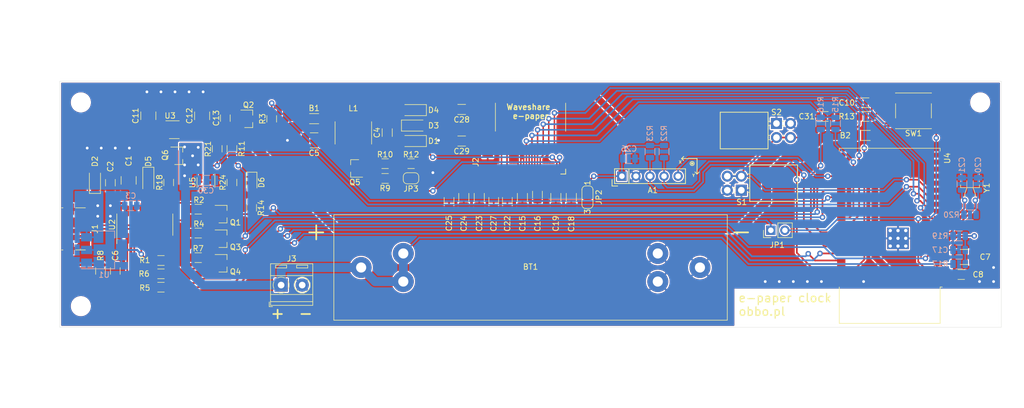
<source format=kicad_pcb>
(kicad_pcb (version 20171130) (host pcbnew "(5.1.12)-1")
  (layers (0 F.Cu signal) (31 B.Cu signal) (34 B.Paste user hide) (35 F.Paste user hide) (36 B.SilkS user) (37 F.SilkS user hide) (38 B.Mask user hide) (39 F.Mask user hide) (44 Edge.Cuts user))
  (net 0 "")
  (net 1 GND)
  (net 2 +3V3)
  (net 3 +BATT)
  (net 4 VBUS)
  (net 5 PREVGH)
  (net 6 PREVGL)
  (net 7 IO2)
  (net 8 IO0)
  (net 9 GDR)
  (net 10 RESE)
  (net 11 SDA)
  (net 12 SCL)
  (net 13 "Net-(Q4-Pad1)")
  (net 14 USB-Tx)
  (net 15 USB-Rx)
  (net 16 BS)
  (net 17 "Net-(J1-Pad2)")
  (net 18 "Net-(J1-Pad3)")
  (net 19 "Net-(J2-Pad7)")
  (net 20 "Net-(J2-Pad6)")
  (net 21 "Net-(J2-Pad1)")
  (net 22 "Net-(C4-Pad1)")
  (net 23 VDD)
  (net 24 RST)
  (net 25 "Net-(C21-Pad1)")
  (net 26 "Net-(C22-Pad1)")
  (net 27 "Net-(C23-Pad1)")
  (net 28 "Net-(D6-Pad2)")
  (net 29 "Net-(J1-Pad4)")
  (net 30 "Net-(C3-Pad1)")
  (net 31 "Net-(C18-Pad1)")
  (net 32 "Net-(C19-Pad1)")
  (net 33 "Net-(C24-Pad1)")
  (net 34 "Net-(C25-Pad1)")
  (net 35 EP_SDI)
  (net 36 EP_SCLK)
  (net 37 EP_CS)
  (net 38 EP_DC)
  (net 39 EP_RST)
  (net 40 EP_BUSY)
  (net 41 "Net-(Q1-Pad2)")
  (net 42 "Net-(Q1-Pad1)")
  (net 43 "Net-(Q3-Pad1)")
  (net 44 "Net-(Q4-Pad2)")
  (net 45 "Net-(B1-Pad2)")
  (net 46 "Net-(B2-Pad2)")
  (net 47 /BATTERY_VOLTAGE)
  (net 48 SENSOR_TILT)
  (net 49 "Net-(JP3-Pad1)")
  (net 50 EPAPER_PWR)
  (net 51 BATTERY_CHARGE)
  (net 52 VBUS_VOLTAGE)
  (net 53 "Net-(C4-Pad2)")
  (net 54 "Net-(C6-Pad1)")
  (net 55 "Net-(C11-Pad1)")
  (net 56 "Net-(C20-Pad1)")
  (net 57 "Net-(C27-Pad1)")
  (net 58 "Net-(JP1-Pad1)")
  (net 59 "Net-(R5-Pad1)")
  (net 60 "Net-(R6-Pad2)")
  (net 61 /MOSI)
  (net 62 /MISO)
  (net 63 "Net-(R24-Pad1)")
  (net 64 "Net-(U3-Pad4)")
  (net 65 "Net-(U2-Pad15)")
  (net 66 "Net-(U2-Pad12)")
  (net 67 "Net-(U2-Pad11)")
  (net 68 "Net-(U2-Pad10)")
  (net 69 "Net-(U2-Pad9)")
  (net 70 "Net-(U2-Pad8)")
  (net 71 "Net-(U2-Pad7)")
  (net 72 "Net-(U4-Pad32)")
  (net 73 "Net-(U4-Pad28)")
  (net 74 "Net-(U4-Pad27)")
  (net 75 "Net-(U4-Pad22)")
  (net 76 "Net-(U4-Pad20)")
  (net 77 "Net-(U4-Pad21)")
  (net 78 "Net-(U4-Pad19)")
  (net 79 "Net-(U4-Pad18)")
  (net 80 "Net-(U4-Pad17)")
  (net 81 "Net-(U4-Pad16)")
  (net 82 "Net-(U4-Pad7)")
  (net 83 "Net-(U4-Pad6)")
  (net 84 SEN0168_INT)
  (module Package_TO_SOT_SMD:SOT-223-3_TabPin2 (layer B.Cu) (at 74.803 104.14)
    (fp_text reference U1 (at 0 4.5) (layer B.SilkS) (effects (justify mirror)))
    (fp_text value LD1117S33TR_SOT223)
    (pad 1 smd rect (at -3.15 2.3) (size 2 1.5) (layers B.Cu B.Paste B.Mask) (net 1 GND))
    (pad 3 smd rect (at -3.15 -2.3) (size 2 1.5) (layers B.Cu B.Paste B.Mask) (net 4 VBUS))
    (pad 2 smd rect (at -3.15 0) (size 2 1.5) (layers B.Cu B.Paste B.Mask) (net 30 "Net-(C3-Pad1)"))
    (pad 2 smd rect (at 3.15 0) (size 2 3.8) (layers B.Cu B.Paste B.Mask) (net 30 "Net-(C3-Pad1)"))
  )
  (module obbo_footprints:TiltSensorSwitch_RBS070410 (layer F.Cu) (at 189.992 90.805 270)
    (fp_text reference S1 (at 4.699 -0.0635) (layer F.SilkS))
    (fp_text value RBS070410)
    (pad 1 thru_hole rect (at 2.54 0 270) (size 2 2) (drill 1.2) (layers *.Cu *.Mask) (net 1 GND))
    (pad 2 thru_hole circle (at 2.54 2.54 270) (size 2 2) (drill 1.2) (layers *.Cu *.Mask) (net 1 GND))
    (pad 3 thru_hole circle (at 0 2.54 270) (size 2 2) (drill 1.2) (layers *.Cu *.Mask) (net 48 SENSOR_TILT))
    (pad 4 thru_hole circle (at 0 0 270) (size 2 2) (drill 1.2) (layers *.Cu *.Mask) (net 48 SENSOR_TILT))
  )
  (module obbo_footprints:TiltSensorSwitch_RBS070410 (layer F.Cu) (at 196.342 83.82 90)
    (fp_text reference S2 (at 4.572 0) (layer F.SilkS))
    (fp_text value RBS070410)
    (pad 1 thru_hole rect (at 2.54 0 90) (size 2 2) (drill 1.2) (layers *.Cu *.Mask) (net 1 GND))
    (pad 2 thru_hole circle (at 2.54 2.54 90) (size 2 2) (drill 1.2) (layers *.Cu *.Mask) (net 1 GND))
    (pad 3 thru_hole circle (at 0 2.54 90) (size 2 2) (drill 1.2) (layers *.Cu *.Mask) (net 48 SENSOR_TILT))
    (pad 4 thru_hole circle (at 0 0 90) (size 2 2) (drill 1.2) (layers *.Cu *.Mask) (net 48 SENSOR_TILT))
  )
  (module obbo_footprints:DFROBOT_SEN0168 (layer F.Cu) (at 168.402 90.805 180)
    (fp_text reference A1 (at -5.588 -2.54) (layer F.SilkS))
    (fp_text value SEN0168)
    (fp_text user Y (at -12.954 0.127) (layer F.SilkS) (effects (font (size 0.5 0.5) (thickness 0.125))))
    (fp_text user X (at -10.541 2.54) (layer F.SilkS) (effects (font (size 0.5 0.5) (thickness 0.125))))
    (pad 5 thru_hole circle (at -10.16 0) (size 1.7 1.7) (drill 1) (layers *.Cu *.Mask) (net 84 SEN0168_INT))
    (pad 4 thru_hole circle (at -7.62 0) (size 1.7 1.7) (drill 1) (layers *.Cu *.Mask) (net 11 SDA))
    (pad 3 thru_hole circle (at -5.08 0) (size 1.7 1.7) (drill 1) (layers *.Cu *.Mask) (net 12 SCL))
    (pad 2 thru_hole circle (at -2.54 0) (size 1.7 1.7) (drill 1) (layers *.Cu *.Mask) (net 1 GND))
    (pad 1 thru_hole rect (at 0 0) (size 1.7 1.7) (drill 1) (layers *.Cu *.Mask) (net 23 VDD))
  )
  (module obbo_footprints:ESP32-WROVER-E (layer F.Cu) (at 216.8144 98.08 180)
    (fp_text reference U4 (at -10.41 10.53 90) (layer F.SilkS))
    (fp_text value ESP32-WROVER-E)
    (pad 1 smd rect (at -8.7376 -11.775 180) (size 1.5 0.9) (layers F.Cu F.Paste F.Mask) (net 1 GND))
    (pad 39 smd rect (at -1.4986 -3.9624 180) (size 3.9 3.9) (layers F.Cu) (net 1 GND))
    (pad 2 smd rect (at -8.7376 -10.505 180) (size 1.5 0.9) (layers F.Cu F.Paste F.Mask) (net 46 "Net-(B2-Pad2)"))
    (pad 3 smd rect (at -8.7376 -9.235 180) (size 1.5 0.9) (layers F.Cu F.Paste F.Mask) (net 24 RST))
    (pad 4 smd rect (at -8.7376 -7.965 180) (size 1.5 0.9) (layers F.Cu F.Paste F.Mask) (net 47 /BATTERY_VOLTAGE))
    (pad 5 smd rect (at -8.7376 -6.695 180) (size 1.5 0.9) (layers F.Cu F.Paste F.Mask) (net 52 VBUS_VOLTAGE))
    (pad 6 smd rect (at -8.7376 -5.425 180) (size 1.5 0.9) (layers F.Cu F.Paste F.Mask) (net 83 "Net-(U4-Pad6)"))
    (pad 7 smd rect (at -8.7376 -4.155 180) (size 1.5 0.9) (layers F.Cu F.Paste F.Mask) (net 82 "Net-(U4-Pad7)"))
    (pad 8 smd rect (at -8.7376 -2.885 180) (size 1.5 0.9) (layers F.Cu F.Paste F.Mask) (net 56 "Net-(C20-Pad1)"))
    (pad 9 smd rect (at -8.7376 -1.615 180) (size 1.5 0.9) (layers F.Cu F.Paste F.Mask) (net 25 "Net-(C21-Pad1)"))
    (pad 10 smd rect (at -8.7376 -0.345 180) (size 1.5 0.9) (layers F.Cu F.Paste F.Mask) (net 40 EP_BUSY))
    (pad 11 smd rect (at -8.7376 0.925 180) (size 1.5 0.9) (layers F.Cu F.Paste F.Mask) (net 39 EP_RST))
    (pad 12 smd rect (at -8.7376 2.195 180) (size 1.5 0.9) (layers F.Cu F.Paste F.Mask) (net 38 EP_DC))
    (pad 13 smd rect (at -8.7376 3.465 180) (size 1.5 0.9) (layers F.Cu F.Paste F.Mask) (net 51 BATTERY_CHARGE))
    (pad 14 smd rect (at -8.7376 4.735 180) (size 1.5 0.9) (layers F.Cu F.Paste F.Mask) (net 48 SENSOR_TILT))
    (pad 15 smd rect (at -8.7376 6.005 180) (size 1.5 0.9) (layers F.Cu F.Paste F.Mask) (net 1 GND))
    (pad 16 smd rect (at -8.7376 7.275 180) (size 1.5 0.9) (layers F.Cu F.Paste F.Mask) (net 81 "Net-(U4-Pad16)"))
    (pad 17 smd rect (at -8.7376 8.545 180) (size 1.5 0.9) (layers F.Cu F.Paste F.Mask) (net 80 "Net-(U4-Pad17)"))
    (pad 18 smd rect (at -8.7376 9.815 180) (size 1.5 0.9) (layers F.Cu F.Paste F.Mask) (net 79 "Net-(U4-Pad18)"))
    (pad 19 smd rect (at -8.7376 11.085 180) (size 1.5 0.9) (layers F.Cu F.Paste F.Mask) (net 78 "Net-(U4-Pad19)"))
    (pad 21 smd rect (at 8.763 9.815 180) (size 1.5 0.9) (layers F.Cu F.Paste F.Mask) (net 77 "Net-(U4-Pad21)"))
    (pad 20 smd rect (at 8.763 11.085 180) (size 1.5 0.9) (layers F.Cu F.Paste F.Mask) (net 76 "Net-(U4-Pad20)"))
    (pad 22 smd rect (at 8.763 8.545 180) (size 1.5 0.9) (layers F.Cu F.Paste F.Mask) (net 75 "Net-(U4-Pad22)"))
    (pad 23 smd rect (at 8.763 7.275 180) (size 1.5 0.9) (layers F.Cu F.Paste F.Mask) (net 84 SEN0168_INT))
    (pad 24 smd rect (at 8.763 6.005 180) (size 1.5 0.9) (layers F.Cu F.Paste F.Mask) (net 7 IO2))
    (pad 25 smd rect (at 8.763 4.735 180) (size 1.5 0.9) (layers F.Cu F.Paste F.Mask) (net 8 IO0))
    (pad 26 smd rect (at 8.763 3.465 180) (size 1.5 0.9) (layers F.Cu F.Paste F.Mask) (net 50 EPAPER_PWR))
    (pad 27 smd rect (at 8.763 2.195 180) (size 1.5 0.9) (layers F.Cu F.Paste F.Mask) (net 74 "Net-(U4-Pad27)"))
    (pad 28 smd rect (at 8.763 0.925 180) (size 1.5 0.9) (layers F.Cu F.Paste F.Mask) (net 73 "Net-(U4-Pad28)"))
    (pad 29 smd rect (at 8.763 -0.345 180) (size 1.5 0.9) (layers F.Cu F.Paste F.Mask) (net 61 /MOSI))
    (pad 30 smd rect (at 8.763 -1.615 180) (size 1.5 0.9) (layers F.Cu F.Paste F.Mask) (net 36 EP_SCLK))
    (pad 31 smd rect (at 8.763 -2.885 180) (size 1.5 0.9) (layers F.Cu F.Paste F.Mask) (net 62 /MISO))
    (pad 32 smd rect (at 8.763 -4.155 180) (size 1.5 0.9) (layers F.Cu F.Paste F.Mask) (net 72 "Net-(U4-Pad32)"))
    (pad 33 smd rect (at 8.763 -5.425 180) (size 1.5 0.9) (layers F.Cu F.Paste F.Mask) (net 11 SDA))
    (pad 34 smd rect (at 8.763 -6.695 180) (size 1.5 0.9) (layers F.Cu F.Paste F.Mask) (net 14 USB-Tx))
    (pad 35 smd rect (at 8.763 -7.965 180) (size 1.5 0.9) (layers F.Cu F.Paste F.Mask) (net 15 USB-Rx))
    (pad 36 smd rect (at 8.763 -9.235 180) (size 1.5 0.9) (layers F.Cu F.Paste F.Mask) (net 12 SCL))
    (pad 37 smd rect (at 8.763 -10.505 180) (size 1.5 0.9) (layers F.Cu F.Paste F.Mask) (net 37 EP_CS))
    (pad 38 smd rect (at 8.763 -11.775 180) (size 1.5 0.9) (layers F.Cu F.Paste F.Mask) (net 1 GND))
    (pad 39 thru_hole rect (at -2.8956 -5.3594 180) (size 1 1) (drill 0.6) (layers *.Cu *.Mask) (net 1 GND))
    (pad 39 thru_hole rect (at -1.4956 -5.3594 180) (size 1 1) (drill 0.6) (layers *.Cu *.Mask) (net 1 GND))
    (pad 39 thru_hole rect (at -0.0956 -5.3594 180) (size 1 1) (drill 0.6) (layers *.Cu *.Mask) (net 1 GND))
    (pad 39 thru_hole rect (at -2.8956 -3.9594 180) (size 1 1) (drill 0.6) (layers *.Cu *.Mask) (net 1 GND))
    (pad 39 thru_hole rect (at -1.4956 -3.9594 180) (size 1 1) (drill 0.6) (layers *.Cu *.Mask) (net 1 GND))
    (pad 39 thru_hole rect (at -0.0956 -3.9594 180) (size 1 1) (drill 0.6) (layers *.Cu *.Mask) (net 1 GND))
    (pad 39 thru_hole rect (at -2.8956 -2.5594 180) (size 1 1) (drill 0.6) (layers *.Cu *.Mask) (net 1 GND))
    (pad 39 thru_hole rect (at -1.4956 -2.5594 180) (size 1 1) (drill 0.6) (layers *.Cu *.Mask) (net 1 GND))
    (pad 39 thru_hole rect (at -0.0956 -2.5594 180) (size 1 1) (drill 0.6) (layers *.Cu *.Mask) (net 1 GND))
    (pad 39 smd rect (at -1.4986 -3.9624 180) (size 3.9 3.9) (layers B.Cu B.Mask) (net 1 GND))
  )
  (module obbo_footprints:FFC_Hirose_FH12-24S-0.5SH (layer F.Cu) (at 151.892 88.265 180)
    (fp_text reference J2 (at 9.906 0 90) (layer F.SilkS))
    (fp_text value "HIROSE FH12-24S-0.5SH-55")
    (pad 1 smd rect (at -5.75 -1.223 180) (size 0.3 1.4) (layers F.Cu F.Paste F.Mask) (net 21 "Net-(J2-Pad1)"))
    (pad 2 smd rect (at -5.25 -1.223 180) (size 0.3 1.4) (layers F.Cu F.Paste F.Mask) (net 9 GDR))
    (pad 3 smd rect (at -4.75 -1.223 180) (size 0.3 1.4) (layers F.Cu F.Paste F.Mask) (net 10 RESE))
    (pad 4 smd rect (at -4.25 -1.223 180) (size 0.3 1.4) (layers F.Cu F.Paste F.Mask) (net 31 "Net-(C18-Pad1)"))
    (pad 5 smd rect (at -3.75 -1.223 180) (size 0.3 1.4) (layers F.Cu F.Paste F.Mask) (net 32 "Net-(C19-Pad1)"))
    (pad 6 smd rect (at -3.25 -1.223 180) (size 0.3 1.4) (layers F.Cu F.Paste F.Mask) (net 20 "Net-(J2-Pad6)"))
    (pad 7 smd rect (at -2.75 -1.223 180) (size 0.3 1.4) (layers F.Cu F.Paste F.Mask) (net 19 "Net-(J2-Pad7)"))
    (pad 8 smd rect (at -2.25 -1.223 180) (size 0.3 1.4) (layers F.Cu F.Paste F.Mask) (net 16 BS))
    (pad 9 smd rect (at -1.75 -1.223 180) (size 0.3 1.4) (layers F.Cu F.Paste F.Mask) (net 40 EP_BUSY))
    (pad 10 smd rect (at -1.25 -1.223 180) (size 0.3 1.4) (layers F.Cu F.Paste F.Mask) (net 39 EP_RST))
    (pad 11 smd rect (at -0.75 -1.223 180) (size 0.3 1.4) (layers F.Cu F.Paste F.Mask) (net 38 EP_DC))
    (pad 12 smd rect (at -0.25 -1.223 180) (size 0.3 1.4) (layers F.Cu F.Paste F.Mask) (net 37 EP_CS))
    (pad 13 smd rect (at 0.25 -1.223 180) (size 0.3 1.4) (layers F.Cu F.Paste F.Mask) (net 36 EP_SCLK))
    (pad 14 smd rect (at 0.75 -1.223 180) (size 0.3 1.4) (layers F.Cu F.Paste F.Mask) (net 35 EP_SDI))
    (pad 15 smd rect (at 1.25 -1.223 180) (size 0.3 1.4) (layers F.Cu F.Paste F.Mask) (net 23 VDD))
    (pad 16 smd rect (at 1.75 -1.223 180) (size 0.3 1.4) (layers F.Cu F.Paste F.Mask) (net 23 VDD))
    (pad 17 smd rect (at 2.25 -1.223 180) (size 0.3 1.4) (layers F.Cu F.Paste F.Mask) (net 1 GND))
    (pad 18 smd rect (at 2.75 -1.223 180) (size 0.3 1.4) (layers F.Cu F.Paste F.Mask) (net 26 "Net-(C22-Pad1)"))
    (pad 19 smd rect (at 3.25 -1.223 180) (size 0.3 1.4) (layers F.Cu F.Paste F.Mask) (net 57 "Net-(C27-Pad1)"))
    (pad 20 smd rect (at 3.75 -1.223 180) (size 0.3 1.4) (layers F.Cu F.Paste F.Mask) (net 27 "Net-(C23-Pad1)"))
    (pad 21 smd rect (at 4.25 -1.223 180) (size 0.3 1.4) (layers F.Cu F.Paste F.Mask) (net 5 PREVGH))
    (pad 22 smd rect (at 4.75 -1.223 180) (size 0.3 1.4) (layers F.Cu F.Paste F.Mask) (net 33 "Net-(C24-Pad1)"))
    (pad 23 smd rect (at 5.25 -1.223 180) (size 0.3 1.4) (layers F.Cu F.Paste F.Mask) (net 6 PREVGL))
    (pad 24 smd rect (at 5.75 -1.223 180) (size 0.3 1.4) (layers F.Cu F.Paste F.Mask) (net 34 "Net-(C25-Pad1)"))
    (pad MP smd rect (at -7.747 1.905 180) (size 1.9 2.3) (layers F.Cu F.Paste F.Mask) (net 1 GND))
    (pad MP smd rect (at 7.747 1.905 180) (size 1.9 2.3) (layers F.Cu F.Paste F.Mask) (net 1 GND))
  )
  (module obbo_footprints:BatteryHolder_Keystone_KEYS54_18650 (layer F.Cu) (at 151.892 107.315)
    (fp_text reference BT1 (at 0 -0.127) (layer F.SilkS))
    (fp_text value Li-Ion)
    (pad 1 thru_hole circle (at -23 -2.54) (size 3.8 3.8) (drill 1.83) (layers *.Cu *.Mask) (net 3 +BATT))
    (pad 1 thru_hole circle (at -23 2.54) (size 3.8 3.8) (drill 1.83) (layers *.Cu *.Mask) (net 3 +BATT))
    (pad 2 thru_hole circle (at 23 -2.54) (size 3.8 3.8) (drill 1.83) (layers *.Cu *.Mask) (net 1 GND))
    (pad 2 thru_hole circle (at 23 2.54) (size 3.8 3.8) (drill 1.83) (layers *.Cu *.Mask) (net 1 GND))
    (pad 1 thru_hole circle (at -30.62 0) (size 3.8 3.8) (drill 1.83) (layers *.Cu *.Mask) (net 3 +BATT))
    (pad 2 thru_hole circle (at 30.62 0) (size 3.8 3.8) (drill 1.83) (layers *.Cu *.Mask) (net 1 GND))
  )
  (module Package_TO_SOT_SMD:SOT-23 (layer F.Cu) (at 120.142 89.408 180)
    (fp_text reference Q5 (at 0 -2.5) (layer F.SilkS))
    (fp_text value AO3400)
    (pad 3 smd rect (at 1 0 180) (size 0.9 0.8) (layers F.Cu F.Paste F.Mask) (net 53 "Net-(C4-Pad2)"))
    (pad 2 smd rect (at -1 0.95 180) (size 0.9 0.8) (layers F.Cu F.Paste F.Mask) (net 10 RESE))
    (pad 1 smd rect (at -1 -0.95 180) (size 0.9 0.8) (layers F.Cu F.Paste F.Mask) (net 9 GDR))
  )
  (module Package_TO_SOT_SMD:SOT-23-5 (layer F.Cu) (at 87.503 82.4078)
    (fp_text reference U3 (at -0.762 -2.5248) (layer F.SilkS))
    (fp_text value AP2112K-3.3)
    (pad 5 smd rect (at 1.1 -0.95) (size 1.06 0.65) (layers F.Cu F.Paste F.Mask) (net 2 +3V3))
    (pad 4 smd rect (at 1.1 0.95) (size 1.06 0.65) (layers F.Cu F.Paste F.Mask) (net 64 "Net-(U3-Pad4)"))
    (pad 3 smd rect (at -1.1 0.95) (size 1.06 0.65) (layers F.Cu F.Paste F.Mask) (net 55 "Net-(C11-Pad1)"))
    (pad 2 smd rect (at -1.1 0) (size 1.06 0.65) (layers F.Cu F.Paste F.Mask) (net 1 GND))
    (pad 1 smd rect (at -1.1 -0.95) (size 1.06 0.65) (layers F.Cu F.Paste F.Mask) (net 55 "Net-(C11-Pad1)"))
  )
  (module Package_SO:SOIC-16_3.9x9.9mm_P1.27mm (layer F.Cu) (at 82.169 99.568 90)
    (fp_text reference U2 (at 0 -5.9 90) (layer F.SilkS))
    (fp_text value CH340C)
    (pad 16 smd roundrect (at 2.475 -4.445 90) (size 1.95 0.6) (layers F.Cu F.Paste F.Mask) (net 30 "Net-(C3-Pad1)"))
    (pad 15 smd roundrect (at 2.475 -3.175 90) (size 1.95 0.6) (layers F.Cu F.Paste F.Mask) (net 65 "Net-(U2-Pad15)"))
    (pad 14 smd roundrect (at 2.475 -1.905 90) (size 1.95 0.6) (layers F.Cu F.Paste F.Mask) (net 44 "Net-(Q4-Pad2)"))
    (pad 13 smd roundrect (at 2.475 -0.635 90) (size 1.95 0.6) (layers F.Cu F.Paste F.Mask) (net 41 "Net-(Q1-Pad2)"))
    (pad 12 smd roundrect (at 2.475 0.635 90) (size 1.95 0.6) (layers F.Cu F.Paste F.Mask) (net 66 "Net-(U2-Pad12)"))
    (pad 11 smd roundrect (at 2.475 1.905 90) (size 1.95 0.6) (layers F.Cu F.Paste F.Mask) (net 67 "Net-(U2-Pad11)"))
    (pad 10 smd roundrect (at 2.475 3.175 90) (size 1.95 0.6) (layers F.Cu F.Paste F.Mask) (net 68 "Net-(U2-Pad10)"))
    (pad 9 smd roundrect (at 2.475 4.445 90) (size 1.95 0.6) (layers F.Cu F.Paste F.Mask) (net 69 "Net-(U2-Pad9)"))
    (pad 8 smd roundrect (at -2.475 4.445 90) (size 1.95 0.6) (layers F.Cu F.Paste F.Mask) (net 70 "Net-(U2-Pad8)"))
    (pad 7 smd roundrect (at -2.475 3.175 90) (size 1.95 0.6) (layers F.Cu F.Paste F.Mask) (net 71 "Net-(U2-Pad7)"))
    (pad 6 smd roundrect (at -2.475 1.905 90) (size 1.95 0.6) (layers F.Cu F.Paste F.Mask) (net 17 "Net-(J1-Pad2)"))
    (pad 5 smd roundrect (at -2.475 0.635 90) (size 1.95 0.6) (layers F.Cu F.Paste F.Mask) (net 18 "Net-(J1-Pad3)"))
    (pad 4 smd roundrect (at -2.475 -0.635 90) (size 1.95 0.6) (layers F.Cu F.Paste F.Mask) (net 30 "Net-(C3-Pad1)"))
    (pad 3 smd roundrect (at -2.475 -1.905 90) (size 1.95 0.6) (layers F.Cu F.Paste F.Mask) (net 60 "Net-(R6-Pad2)"))
    (pad 2 smd roundrect (at -2.475 -3.175 90) (size 1.95 0.6) (layers F.Cu F.Paste F.Mask) (net 59 "Net-(R5-Pad1)"))
    (pad 1 smd roundrect (at -2.475 -4.445 90) (size 1.95 0.6) (layers F.Cu F.Paste F.Mask) (net 1 GND))
  )
  (module Jumper:SolderJumper-3_P1.3mm_Open_RoundedPad1.0x1.5mm_NumberLabels (layer F.Cu) (at 162.179 94.615 270)
    (fp_text reference JP2 (at -0.0127 -2.0574 90) (layer F.SilkS))
    (fp_text value "SPI Line")
    (fp_text user 1 (at -2.6 0 90) (layer F.SilkS))
    (fp_text user 3 (at 2.6 0 90) (layer F.SilkS))
    (pad 2 smd rect (at 0 0 270) (size 1 1.5) (layers F.Cu F.Mask) (net 16 BS))
    (pad 3 smd custom (at 1.3 0 270) (size 1 0.5) (layers F.Cu F.Mask) (net 1 GND) (options (clearance outline) (anchor rect)) (primitives (gr_circle (center 0 0.25) (end 0.5 0.25) (width 0)) (gr_circle (center 0 -0.25) (end 0.5 -0.25) (width 0)) (gr_poly (pts (xy -0.55 -0.75) (xy 0 -0.75) (xy 0 0.75) (xy -0.55 0.75)) (width 0))))
    (pad 1 smd custom (at -1.3 0 270) (size 1 0.5) (layers F.Cu F.Mask) (net 23 VDD) (options (clearance outline) (anchor rect)) (primitives (gr_circle (center 0 0.25) (end 0.5 0.25) (width 0)) (gr_circle (center 0 -0.25) (end 0.5 -0.25) (width 0)) (gr_poly (pts (xy 0.55 -0.75) (xy 0 -0.75) (xy 0 0.75) (xy 0.55 0.75)) (width 0))))
  )
  (module Connector_PinHeader_2.54mm:PinHeader_1x02_P2.54mm_Vertical (layer F.Cu) (at 195.326 100.584 90)
    (fp_text reference JP1 (at -2.667 1.143) (layer F.SilkS))
    (fp_text value "Serial RTS")
    (pad 2 thru_hole oval (at 0 2.54 90) (size 1.7 1.7) (drill 1) (layers *.Cu *.Mask) (net 24 RST))
    (pad 1 thru_hole rect (at 0 0 90) (size 1.7 1.7) (drill 1) (layers *.Cu *.Mask) (net 58 "Net-(JP1-Pad1)"))
  )
  (module Diode_SMD:D_SMF (layer F.Cu) (at 73.152 91.641 90)
    (fp_text reference D2 (at 3.503 0 90) (layer F.SilkS))
    (fp_text value SMF5V0A-E3-08)
    (pad 2 smd rect (at 1.45 0 90) (size 1.3 1.4) (layers F.Cu F.Paste F.Mask) (net 1 GND))
    (pad 1 smd rect (at -1.45 0 90) (size 1.3 1.4) (layers F.Cu F.Paste F.Mask) (net 4 VBUS))
  )
  (module Diode_SMD:D_SOD-123 (layer F.Cu) (at 130.81 84.455 180)
    (fp_text reference D1 (at -3.556 0) (layer F.SilkS))
    (fp_text value MBR0530)
    (pad 2 smd rect (at 1.65 0 180) (size 0.9 1.2) (layers F.Cu F.Paste F.Mask) (net 22 "Net-(C4-Pad1)"))
    (pad 1 smd rect (at -1.65 0 180) (size 0.9 1.2) (layers F.Cu F.Paste F.Mask) (net 1 GND))
  )
  (module obbo_footprints:C_0805K (layer F.Cu) (at 205.105 80.01)
    (fp_text reference C31 (at -3.302 0) (layer F.SilkS))
    (fp_text value 100n)
    (pad 2 smd roundrect (at 1.1 0) (size 1 1.5) (layers F.Cu F.Paste F.Mask) (roundrect_rratio 0.2) (net 1 GND))
    (pad 1 smd roundrect (at -1.1 0) (size 1 1.5) (layers F.Cu F.Paste F.Mask) (roundrect_rratio 0.2) (net 48 SENSOR_TILT))
  )
  (module Capacitor_SMD:C_1206_3216Metric_Pad1.33x1.80mm_HandSolder (layer B.Cu) (at 93.218 91.567)
    (fp_text reference C30 (at 0 1.85) (layer B.SilkS) (effects (justify mirror)))
    (fp_text value 4.7u)
    (pad 2 smd roundrect (at 1.5625 0) (size 1.325 1.8) (layers B.Cu B.Paste B.Mask) (roundrect_rratio 0.1886784905660377) (net 1 GND))
    (pad 1 smd roundrect (at -1.5625 0) (size 1.325 1.8) (layers B.Cu B.Paste B.Mask) (roundrect_rratio 0.1886784905660377) (net 3 +BATT))
  )
  (module Capacitor_SMD:C_1206_3216Metric_Pad1.33x1.80mm_HandSolder (layer F.Cu) (at 139.446 84.455 180)
    (fp_text reference C29 (at 0 -1.85) (layer F.SilkS))
    (fp_text value 4.7u)
    (pad 2 smd roundrect (at 1.5625 0 180) (size 1.325 1.8) (layers F.Cu F.Paste F.Mask) (roundrect_rratio 0.1886784905660377) (net 1 GND))
    (pad 1 smd roundrect (at -1.5625 0 180) (size 1.325 1.8) (layers F.Cu F.Paste F.Mask) (roundrect_rratio 0.1886784905660377) (net 6 PREVGL))
  )
  (module Capacitor_SMD:C_1206_3216Metric_Pad1.33x1.80mm_HandSolder (layer F.Cu) (at 139.446 78.74 180)
    (fp_text reference C28 (at 0 -1.85) (layer F.SilkS))
    (fp_text value 4.7u)
    (pad 2 smd roundrect (at 1.5625 0 180) (size 1.325 1.8) (layers F.Cu F.Paste F.Mask) (roundrect_rratio 0.1886784905660377) (net 1 GND))
    (pad 1 smd roundrect (at -1.5625 0 180) (size 1.325 1.8) (layers F.Cu F.Paste F.Mask) (roundrect_rratio 0.1886784905660377) (net 5 PREVGH))
  )
  (module obbo_footprints:C_0805K (layer F.Cu) (at 145.2372 95.25 270)
    (fp_text reference C27 (at 4.1275 0.0127 90) (layer F.SilkS))
    (fp_text value NP)
    (pad 2 smd roundrect (at 1.1 0 270) (size 1 1.5) (layers F.Cu F.Paste F.Mask) (roundrect_rratio 0.2) (net 1 GND))
    (pad 1 smd roundrect (at -1.1 0 270) (size 1 1.5) (layers F.Cu F.Paste F.Mask) (roundrect_rratio 0.2) (net 57 "Net-(C27-Pad1)"))
  )
  (module obbo_footprints:C_0805K (layer B.Cu) (at 169.672 87.63)
    (fp_text reference C26 (at 0 -1.778) (layer B.SilkS) (effects (justify mirror)))
    (fp_text value 100n)
    (pad 2 smd roundrect (at 1.1 0) (size 1 1.5) (layers B.Cu B.Paste B.Mask) (roundrect_rratio 0.2) (net 1 GND))
    (pad 1 smd roundrect (at -1.1 0) (size 1 1.5) (layers B.Cu B.Paste B.Mask) (roundrect_rratio 0.2) (net 23 VDD))
  )
  (module Capacitor_SMD:C_1206_3216Metric_Pad1.33x1.80mm_HandSolder (layer F.Cu) (at 139.827 94.615 270)
    (fp_text reference C24 (at 4.7625 0 90) (layer F.SilkS))
    (fp_text value 4.7u)
    (pad 2 smd roundrect (at 1.5625 0 270) (size 1.325 1.8) (layers F.Cu F.Paste F.Mask) (roundrect_rratio 0.1886784905660377) (net 1 GND))
    (pad 1 smd roundrect (at -1.5625 0 270) (size 1.325 1.8) (layers F.Cu F.Paste F.Mask) (roundrect_rratio 0.1886784905660377) (net 33 "Net-(C24-Pad1)"))
  )
  (module obbo_footprints:C_0805K (layer F.Cu) (at 147.701 95.25 270)
    (fp_text reference C22 (at 4.1275 0 90) (layer F.SilkS))
    (fp_text value 1u)
    (pad 2 smd roundrect (at 1.1 0 270) (size 1 1.5) (layers F.Cu F.Paste F.Mask) (roundrect_rratio 0.2) (net 1 GND))
    (pad 1 smd roundrect (at -1.1 0 270) (size 1 1.5) (layers F.Cu F.Paste F.Mask) (roundrect_rratio 0.2) (net 26 "Net-(C22-Pad1)"))
  )
  (module obbo_footprints:C_0805K (layer B.Cu) (at 232.791 92.202 90)
    (fp_text reference C20 (at 3.429 0 90) (layer B.SilkS) (effects (justify mirror)))
    (fp_text value 12p)
    (pad 2 smd roundrect (at 1.1 0 90) (size 1 1.5) (layers B.Cu B.Paste B.Mask) (roundrect_rratio 0.2) (net 1 GND))
    (pad 1 smd roundrect (at -1.1 0 90) (size 1 1.5) (layers B.Cu B.Paste B.Mask) (roundrect_rratio 0.2) (net 56 "Net-(C20-Pad1)"))
  )
  (module Capacitor_SMD:C_1206_3216Metric_Pad1.33x1.80mm_HandSolder (layer F.Cu) (at 150.4188 94.615 270)
    (fp_text reference C15 (at 4.7625 -0.0127 90) (layer F.SilkS))
    (fp_text value 4.7u)
    (pad 2 smd roundrect (at 1.5625 0 270) (size 1.325 1.8) (layers F.Cu F.Paste F.Mask) (roundrect_rratio 0.1886784905660377) (net 1 GND))
    (pad 1 smd roundrect (at -1.5625 0 270) (size 1.325 1.8) (layers F.Cu F.Paste F.Mask) (roundrect_rratio 0.1886784905660377) (net 23 VDD))
  )
  (module obbo_footprints:C_0805K (layer F.Cu) (at 96.7232 80.3148 90)
    (fp_text reference C13 (at 0 -1.65 90) (layer F.SilkS))
    (fp_text value 100n)
    (pad 2 smd roundrect (at 1.1 0 90) (size 1 1.5) (layers F.Cu F.Paste F.Mask) (roundrect_rratio 0.2) (net 1 GND))
    (pad 1 smd roundrect (at -1.1 0 90) (size 1 1.5) (layers F.Cu F.Paste F.Mask) (roundrect_rratio 0.2) (net 2 +3V3))
  )
  (module Capacitor_SMD:C_1210_3225Metric_Pad1.33x2.70mm_HandSolder (layer F.Cu) (at 92.5322 79.8953 90)
    (fp_text reference C12 (at 0 -2.3 90) (layer F.SilkS))
    (fp_text value 10u)
    (pad 2 smd roundrect (at 1.5625 0 90) (size 1.325 2.7) (layers F.Cu F.Paste F.Mask) (roundrect_rratio 0.1886784905660377) (net 1 GND))
    (pad 1 smd roundrect (at -1.5625 0 90) (size 1.325 2.7) (layers F.Cu F.Paste F.Mask) (roundrect_rratio 0.1886784905660377) (net 2 +3V3))
  )
  (module obbo_footprints:C_0805K (layer F.Cu) (at 212.471 77.5335 180)
    (fp_text reference C10 (at 3.429 0) (layer F.SilkS))
    (fp_text value 1u)
    (pad 2 smd roundrect (at 1.1 0 180) (size 1 1.5) (layers F.Cu F.Paste F.Mask) (roundrect_rratio 0.2) (net 1 GND))
    (pad 1 smd roundrect (at -1.1 0 180) (size 1 1.5) (layers F.Cu F.Paste F.Mask) (roundrect_rratio 0.2) (net 24 RST))
  )
  (module obbo_footprints:C_0805K (layer F.Cu) (at 229.743 108.585)
    (fp_text reference C8 (at 3.048 0) (layer F.SilkS))
    (fp_text value 100n)
    (pad 2 smd roundrect (at 1.1 0) (size 1 1.5) (layers F.Cu F.Paste F.Mask) (roundrect_rratio 0.2) (net 1 GND))
    (pad 1 smd roundrect (at -1.1 0) (size 1 1.5) (layers F.Cu F.Paste F.Mask) (roundrect_rratio 0.2) (net 46 "Net-(B2-Pad2)"))
  )
  (module Capacitor_SMD:C_1210_3225Metric_Pad1.33x2.70mm_HandSolder (layer F.Cu) (at 230.251 105.41)
    (fp_text reference C7 (at 3.81 0) (layer F.SilkS))
    (fp_text value 22u)
    (pad 2 smd roundrect (at 1.5625 0) (size 1.325 2.7) (layers F.Cu F.Paste F.Mask) (roundrect_rratio 0.1886784905660377) (net 1 GND))
    (pad 1 smd roundrect (at -1.5625 0) (size 1.325 2.7) (layers F.Cu F.Paste F.Mask) (roundrect_rratio 0.1886784905660377) (net 46 "Net-(B2-Pad2)"))
  )
  (module Capacitor_SMD:C_1206_3216Metric_Pad1.33x1.80mm_HandSolder (layer F.Cu) (at 125.984 82.931 90)
    (fp_text reference C4 (at 0 -1.85 90) (layer F.SilkS))
    (fp_text value 4.7u)
    (pad 2 smd roundrect (at 1.5625 0 90) (size 1.325 1.8) (layers F.Cu F.Paste F.Mask) (roundrect_rratio 0.1886784905660377) (net 53 "Net-(C4-Pad2)"))
    (pad 1 smd roundrect (at -1.5625 0 90) (size 1.325 1.8) (layers F.Cu F.Paste F.Mask) (roundrect_rratio 0.1886784905660377) (net 22 "Net-(C4-Pad1)"))
  )
  (module obbo_footprints:R_0805K (layer B.Cu) (at 204.343 81.28 270)
    (fp_text reference R16 (at -3.429 0 90) (layer B.SilkS) (effects (justify mirror)))
    (fp_text value 0)
    (pad 2 smd roundrect (at 1.1 0 270) (size 1 1.5) (layers B.Cu B.Paste B.Mask) (roundrect_rratio 0.2) (net 62 /MISO))
    (pad 1 smd roundrect (at -1.1 0 270) (size 1 1.5) (layers B.Cu B.Paste B.Mask) (roundrect_rratio 0.2) (net 35 EP_SDI))
  )
  (module Capacitor_SMD:C_1206_3216Metric_Pad1.33x1.80mm_HandSolder (layer F.Cu) (at 156.464 94.615 270)
    (fp_text reference C19 (at 4.7625 0 90) (layer F.SilkS))
    (fp_text value 4.7u)
    (pad 2 smd roundrect (at 1.5625 0 270) (size 1.325 1.8) (layers F.Cu F.Paste F.Mask) (roundrect_rratio 0.1886784905660377) (net 1 GND))
    (pad 1 smd roundrect (at -1.5625 0 270) (size 1.325 1.8) (layers F.Cu F.Paste F.Mask) (roundrect_rratio 0.1886784905660377) (net 32 "Net-(C19-Pad1)"))
  )
  (module Capacitor_SMD:C_1206_3216Metric_Pad1.33x1.80mm_HandSolder (layer F.Cu) (at 159.258 94.615 270)
    (fp_text reference C18 (at 4.826 0 90) (layer F.SilkS))
    (fp_text value NP)
    (pad 2 smd roundrect (at 1.5625 0 270) (size 1.325 1.8) (layers F.Cu F.Paste F.Mask) (roundrect_rratio 0.1886784905660377) (net 1 GND))
    (pad 1 smd roundrect (at -1.5625 0 270) (size 1.325 1.8) (layers F.Cu F.Paste F.Mask) (roundrect_rratio 0.1886784905660377) (net 31 "Net-(C18-Pad1)"))
  )
  (module obbo_footprints:R_0805K (layer B.Cu) (at 231.3305 97.79)
    (fp_text reference R20 (at -3.3655 0) (layer B.SilkS) (effects (justify mirror)))
    (fp_text value 3.3M)
    (pad 2 smd roundrect (at 1.1 0) (size 1 1.5) (layers B.Cu B.Paste B.Mask) (roundrect_rratio 0.2) (net 56 "Net-(C20-Pad1)"))
    (pad 1 smd roundrect (at -1.1 0) (size 1 1.5) (layers B.Cu B.Paste B.Mask) (roundrect_rratio 0.2) (net 25 "Net-(C21-Pad1)"))
  )
  (module obbo_footprints:R_0805K (layer F.Cu) (at 85.09 106.045)
    (fp_text reference R1 (at -2.921 -0.0508) (layer F.SilkS))
    (fp_text value 620)
    (pad 2 smd roundrect (at 1.1 0) (size 1 1.5) (layers F.Cu F.Paste F.Mask) (roundrect_rratio 0.2) (net 52 VBUS_VOLTAGE))
    (pad 1 smd roundrect (at -1.1 0) (size 1 1.5) (layers F.Cu F.Paste F.Mask) (roundrect_rratio 0.2) (net 30 "Net-(C3-Pad1)"))
  )
  (module obbo_footprints:R_0805K (layer B.Cu) (at 207.01 81.28 90)
    (fp_text reference R15 (at 3.429 0 90) (layer B.SilkS) (effects (justify mirror)))
    (fp_text value 1.8k)
    (pad 2 smd roundrect (at 1.1 0 90) (size 1 1.5) (layers B.Cu B.Paste B.Mask) (roundrect_rratio 0.2) (net 35 EP_SDI))
    (pad 1 smd roundrect (at -1.1 0 90) (size 1 1.5) (layers B.Cu B.Paste B.Mask) (roundrect_rratio 0.2) (net 61 /MOSI))
  )
  (module Capacitor_SMD:C_1210_3225Metric_Pad1.33x2.70mm_HandSolder (layer F.Cu) (at 112.776 84.328 180)
    (fp_text reference C5 (at 0 -2.3) (layer F.SilkS))
    (fp_text value 10u)
    (pad 2 smd roundrect (at 1.5625 0 180) (size 1.325 2.7) (layers F.Cu F.Paste F.Mask) (roundrect_rratio 0.1886784905660377) (net 1 GND))
    (pad 1 smd roundrect (at -1.5625 0 180) (size 1.325 2.7) (layers F.Cu F.Paste F.Mask) (roundrect_rratio 0.1886784905660377) (net 45 "Net-(B1-Pad2)"))
  )
  (module obbo_footprints:C_0805K (layer B.Cu) (at 79.629 96.139)
    (fp_text reference C3 (at 0 -1.778) (layer B.SilkS) (effects (justify mirror)))
    (fp_text value 1u)
    (pad 2 smd roundrect (at 1.1 0) (size 1 1.5) (layers B.Cu B.Paste B.Mask) (roundrect_rratio 0.2) (net 1 GND))
    (pad 1 smd roundrect (at -1.1 0) (size 1 1.5) (layers B.Cu B.Paste B.Mask) (roundrect_rratio 0.2) (net 30 "Net-(C3-Pad1)"))
  )
  (module Capacitor_SMD:C_1210_3225Metric_Pad1.33x2.70mm_HandSolder (layer F.Cu) (at 79.248 91.567 90)
    (fp_text reference C1 (at 3.5175 0 90) (layer F.SilkS))
    (fp_text value 10u)
    (pad 2 smd roundrect (at 1.5625 0 90) (size 1.325 2.7) (layers F.Cu F.Paste F.Mask) (roundrect_rratio 0.1886784905660377) (net 1 GND))
    (pad 1 smd roundrect (at -1.5625 0 90) (size 1.325 2.7) (layers F.Cu F.Paste F.Mask) (roundrect_rratio 0.1886784905660377) (net 4 VBUS))
  )
  (module Capacitor_SMD:C_1206_3216Metric_Pad1.33x1.80mm_HandSolder (layer F.Cu) (at 142.621 94.615 270)
    (fp_text reference C23 (at 4.7625 0 90) (layer F.SilkS))
    (fp_text value 4.7u)
    (pad 2 smd roundrect (at 1.5625 0 270) (size 1.325 1.8) (layers F.Cu F.Paste F.Mask) (roundrect_rratio 0.1886777358490566) (net 1 GND))
    (pad 1 smd roundrect (at -1.5625 0 270) (size 1.325 1.8) (layers F.Cu F.Paste F.Mask) (roundrect_rratio 0.1886777358490566) (net 27 "Net-(C23-Pad1)"))
  )
  (module obbo_footprints:R_0805K (layer F.Cu) (at 130.302 88.5444)
    (fp_text reference R12 (at 0 -1.65) (layer F.SilkS))
    (fp_text value 2.2)
    (pad 2 smd roundrect (at 1.1 0) (size 1 1.5) (layers F.Cu F.Paste F.Mask) (roundrect_rratio 0.2) (net 1 GND))
    (pad 1 smd roundrect (at -1.1 0) (size 1 1.5) (layers F.Cu F.Paste F.Mask) (roundrect_rratio 0.2) (net 49 "Net-(JP3-Pad1)"))
  )
  (module obbo_footprints:L_FerroCore_DJNR6045-S_HandSoldering (layer F.Cu) (at 119.8626 82.9818 270)
    (fp_text reference L1 (at -4.445 0) (layer F.SilkS))
    (fp_text value "10uH 1.9A 65mOhm")
    (pad 1 smd rect (at -2.55 0 180) (size 5.7 2) (layers F.Cu F.Paste F.Mask) (net 45 "Net-(B1-Pad2)"))
    (pad 2 smd rect (at 2.55 0 180) (size 5.7 2) (layers F.Cu F.Paste F.Mask) (net 53 "Net-(C4-Pad2)"))
  )
  (module Inductor_SMD:L_1206_3216Metric_Pad1.22x1.90mm_HandSolder (layer F.Cu) (at 112.776 80.4164)
    (fp_text reference B1 (at 0 -1.9) (layer F.SilkS))
    (fp_text value bead)
    (pad 2 smd roundrect (at 1.6625 0) (size 1.225 1.9) (layers F.Cu F.Paste F.Mask) (roundrect_rratio 0.2040808163265306) (net 45 "Net-(B1-Pad2)"))
    (pad 1 smd roundrect (at -1.6625 0) (size 1.225 1.9) (layers F.Cu F.Paste F.Mask) (roundrect_rratio 0.2040808163265306) (net 23 VDD))
  )
  (module Jumper:SolderJumper-2_P1.3mm_Open_RoundedPad1.0x1.5mm (layer F.Cu) (at 130.287 91.186)
    (fp_text reference JP3 (at 0 1.905) (layer F.SilkS))
    (fp_text value "Current Sense")
    (pad 2 smd custom (at 0.65 0) (size 1 0.5) (layers F.Cu F.Mask) (net 1 GND) (options (clearance outline) (anchor rect)) (primitives (gr_circle (center 0 0.25) (end 0.5 0.25) (width 0)) (gr_circle (center 0 -0.25) (end 0.5 -0.25) (width 0)) (gr_poly (pts (xy 0 -0.75) (xy -0.5 -0.75) (xy -0.5 0.75) (xy 0 0.75)) (width 0))))
    (pad 1 smd custom (at -0.65 0) (size 1 0.5) (layers F.Cu F.Mask) (net 49 "Net-(JP3-Pad1)") (options (clearance outline) (anchor rect)) (primitives (gr_circle (center 0 0.25) (end 0.5 0.25) (width 0)) (gr_circle (center 0 -0.25) (end 0.5 -0.25) (width 0)) (gr_poly (pts (xy 0 -0.75) (xy 0.5 -0.75) (xy 0.5 0.75) (xy 0 0.75)) (width 0))))
  )
  (module Package_TO_SOT_SMD:SOT-23-5 (layer F.Cu) (at 93.218 91.948 270)
    (fp_text reference U5 (at 0 2.413 90) (layer F.SilkS))
    (fp_text value MCP73832-2-OT)
    (pad 5 smd rect (at 1.1 -0.95 270) (size 1.06 0.65) (layers F.Cu F.Paste F.Mask) (net 63 "Net-(R24-Pad1)"))
    (pad 4 smd rect (at 1.1 0.95 270) (size 1.06 0.65) (layers F.Cu F.Paste F.Mask) (net 4 VBUS))
    (pad 3 smd rect (at -1.1 0.95 270) (size 1.06 0.65) (layers F.Cu F.Paste F.Mask) (net 3 +BATT))
    (pad 2 smd rect (at -1.1 0 270) (size 1.06 0.65) (layers F.Cu F.Paste F.Mask) (net 1 GND))
    (pad 1 smd rect (at -1.1 -0.95 270) (size 1.06 0.65) (layers F.Cu F.Paste F.Mask) (net 51 BATTERY_CHARGE))
  )
  (module obbo_footprints:R_0805K (layer F.Cu) (at 125.603 91.2114)
    (fp_text reference R9 (at 0 1.778) (layer F.SilkS))
    (fp_text value 1M)
    (pad 2 smd roundrect (at 1.1 0) (size 1 1.5) (layers F.Cu F.Paste F.Mask) (roundrect_rratio 0.2) (net 1 GND))
    (pad 1 smd roundrect (at -1.1 0) (size 1 1.5) (layers F.Cu F.Paste F.Mask) (roundrect_rratio 0.2) (net 9 GDR))
  )
  (module obbo_footprints:R_0805K (layer F.Cu) (at 125.603 88.5444)
    (fp_text reference R10 (at 0 -1.65) (layer F.SilkS))
    (fp_text value 0.47)
    (pad 2 smd roundrect (at 1.1 0) (size 1 1.5) (layers F.Cu F.Paste F.Mask) (roundrect_rratio 0.2) (net 49 "Net-(JP3-Pad1)"))
    (pad 1 smd roundrect (at -1.1 0) (size 1 1.5) (layers F.Cu F.Paste F.Mask) (roundrect_rratio 0.2) (net 10 RESE))
  )
  (module obbo_footprints:USB_Micro-B_HandSoldering (layer F.Cu) (at 69.723 100.33 270)
    (fp_text reference J1 (at 0 -3.429 270) (layer F.SilkS))
    (fp_text value USB_B_Micro)
    (pad 6 smd rect (at 1.55 1.2 270) (size 1 1.9) (layers F.Cu F.Paste F.Mask) (net 54 "Net-(C6-Pad1)"))
    (pad 6 smd rect (at -1.15 1.2 270) (size 1.8 1.9) (layers F.Cu F.Paste F.Mask) (net 54 "Net-(C6-Pad1)"))
    (pad 6 smd rect (at 3.575 1.2 270) (size 2.05 1.7) (layers F.Cu F.Paste F.Mask) (net 54 "Net-(C6-Pad1)"))
    (pad 6 smd rect (at -3.575 1.2 270) (size 2.05 1.7) (layers F.Cu F.Paste F.Mask) (net 54 "Net-(C6-Pad1)"))
    (pad 6 smd rect (at 2.6875 -1.575 270) (size 1.825 1.95) (layers F.Cu F.Paste F.Mask) (net 54 "Net-(C6-Pad1)"))
    (pad 6 smd rect (at -2.6875 -1.575 270) (size 1.825 1.95) (layers F.Cu F.Paste F.Mask) (net 54 "Net-(C6-Pad1)"))
    (pad 5 smd rect (at 1.3 -1.66 270) (size 0.45 1.78) (layers F.Cu F.Paste F.Mask) (net 1 GND))
    (pad 4 smd rect (at 0.65 -1.66 270) (size 0.45 1.78) (layers F.Cu F.Paste F.Mask) (net 29 "Net-(J1-Pad4)"))
    (pad 3 smd rect (at 0 -1.66 270) (size 0.45 1.78) (layers F.Cu F.Paste F.Mask) (net 18 "Net-(J1-Pad3)"))
    (pad 2 smd rect (at -0.65 -1.66 270) (size 0.45 1.78) (layers F.Cu F.Paste F.Mask) (net 17 "Net-(J1-Pad2)"))
    (pad 1 smd rect (at -1.3 -1.66 270) (size 0.45 1.78) (layers F.Cu F.Paste F.Mask) (net 4 VBUS))
  )
  (module obbo_footprints:C_0805K (layer F.Cu) (at 137.16 95.25 270)
    (fp_text reference C25 (at 4.064 0 90) (layer F.SilkS))
    (fp_text value 1u)
    (pad 2 smd roundrect (at 1.1 0 270) (size 1 1.5) (layers F.Cu F.Paste F.Mask) (roundrect_rratio 0.2) (net 1 GND))
    (pad 1 smd roundrect (at -1.1 0 270) (size 1 1.5) (layers F.Cu F.Paste F.Mask) (roundrect_rratio 0.2) (net 34 "Net-(C25-Pad1)"))
  )
  (module obbo_footprints:C_0805K (layer F.Cu) (at 153.1366 94.1148 270)
    (fp_text reference C16 (at 5.2627 -0.0254 90) (layer F.SilkS))
    (fp_text value 100n)
    (pad 2 smd roundrect (at 1.1 0 270) (size 1 1.5) (layers F.Cu F.Paste F.Mask) (roundrect_rratio 0.2) (net 1 GND))
    (pad 1 smd roundrect (at -1.1 0 270) (size 1 1.5) (layers F.Cu F.Paste F.Mask) (roundrect_rratio 0.2) (net 23 VDD))
  )
  (module Diode_SMD:D_SOD-123 (layer F.Cu) (at 130.81 78.867 180)
    (fp_text reference D4 (at -3.556 0) (layer F.SilkS))
    (fp_text value MBR0530)
    (pad 2 smd rect (at 1.65 0 180) (size 0.9 1.2) (layers F.Cu F.Paste F.Mask) (net 53 "Net-(C4-Pad2)"))
    (pad 1 smd rect (at -1.65 0 180) (size 0.9 1.2) (layers F.Cu F.Paste F.Mask) (net 5 PREVGH))
  )
  (module Diode_SMD:D_SOD-123 (layer F.Cu) (at 130.81 81.661)
    (fp_text reference D3 (at 3.556 0) (layer F.SilkS))
    (fp_text value MBR0530)
    (pad 2 smd rect (at 1.65 0) (size 0.9 1.2) (layers F.Cu F.Paste F.Mask) (net 6 PREVGL))
    (pad 1 smd rect (at -1.65 0) (size 0.9 1.2) (layers F.Cu F.Paste F.Mask) (net 22 "Net-(C4-Pad1)"))
  )
  (module MountingHole:MountingHole_3.2mm_M3 (layer F.Cu) (at 233.172 77.47)
    (fp_text reference H4 hide)
    (fp_text value MountingHole)
    (pad 1 np_thru_hole circle (at 0 0) (size 3.2 3.2) (drill 3.2) (layers *.Cu *.Mask))
  )
  (module MountingHole:MountingHole_3.2mm_M3 (layer F.Cu) (at 233.172 114.3)
    (fp_text reference H3 hide)
    (fp_text value MountingHole)
    (pad 1 np_thru_hole circle (at 0 0) (size 3.2 3.2) (drill 3.2) (layers *.Cu *.Mask))
  )
  (module MountingHole:MountingHole_3.2mm_M3 (layer F.Cu) (at 70.612 114.3)
    (fp_text reference H2 hide)
    (fp_text value MountingHole)
    (pad 1 np_thru_hole circle (at 0 0) (size 3.2 3.2) (drill 3.2) (layers *.Cu *.Mask))
  )
  (module MountingHole:MountingHole_3.2mm_M3 (layer F.Cu) (at 70.612 77.47)
    (fp_text reference H1 hide)
    (fp_text value MountingHole)
    (pad 1 np_thru_hole circle (at 0 0) (size 3.2 3.2) (drill 3.2) (layers *.Cu *.Mask))
  )
  (module Inductor_SMD:L_1206_3216Metric_Pad1.22x1.90mm_HandSolder (layer F.Cu) (at 212.471 83.439)
    (fp_text reference B2 (at -3.683 0) (layer F.SilkS))
    (fp_text value bead)
    (pad 2 smd roundrect (at 1.6625 0) (size 1.225 1.9) (layers F.Cu F.Paste F.Mask) (roundrect_rratio 0.2040808163265306) (net 46 "Net-(B2-Pad2)"))
    (pad 1 smd roundrect (at -1.6625 0) (size 1.225 1.9) (layers F.Cu F.Paste F.Mask) (roundrect_rratio 0.2040808163265306) (net 2 +3V3))
  )
  (module Package_TO_SOT_SMD:SOT-23 (layer F.Cu) (at 100.9142 80.4418)
    (fp_text reference Q2 (at 0 -2.5) (layer F.SilkS))
    (fp_text value AO3401A)
    (pad 3 smd rect (at 1 0) (size 0.9 0.8) (layers F.Cu F.Paste F.Mask) (net 23 VDD))
    (pad 2 smd rect (at -1 0.95) (size 0.9 0.8) (layers F.Cu F.Paste F.Mask) (net 2 +3V3))
    (pad 1 smd rect (at -1 -0.95) (size 0.9 0.8) (layers F.Cu F.Paste F.Mask) (net 50 EPAPER_PWR))
  )
  (module obbo_footprints:R_0805K (layer B.Cu) (at 176.022 86.36 270)
    (fp_text reference R22 (at -3.302 0 90) (layer B.SilkS) (effects (justify mirror)))
    (fp_text value 3.3k)
    (pad 2 smd roundrect (at 1.1 0 270) (size 1 1.5) (layers B.Cu B.Paste B.Mask) (roundrect_rratio 0.2) (net 11 SDA))
    (pad 1 smd roundrect (at -1.1 0 270) (size 1 1.5) (layers B.Cu B.Paste B.Mask) (roundrect_rratio 0.2) (net 23 VDD))
  )
  (module Diode_SMD:D_SOD-123 (layer F.Cu) (at 82.804 91.44 270)
    (fp_text reference D5 (at -3.302 0 90) (layer F.SilkS))
    (fp_text value MBR0530)
    (pad 2 smd rect (at 1.65 0 270) (size 0.9 1.2) (layers F.Cu F.Paste F.Mask) (net 4 VBUS))
    (pad 1 smd rect (at -1.65 0 270) (size 0.9 1.2) (layers F.Cu F.Paste F.Mask) (net 55 "Net-(C11-Pad1)"))
  )
  (module Button_Switch_SMD:SW_SPST_PTS645 (layer F.Cu) (at 221.107 78.994)
    (fp_text reference SW1 (at 0 4.064) (layer F.SilkS))
    (fp_text value RESET)
    (pad 2 smd rect (at 3.98 2.25) (size 1.55 1.3) (layers F.Cu F.Paste F.Mask) (net 24 RST))
    (pad 1 smd rect (at 3.98 -2.25) (size 1.55 1.3) (layers F.Cu F.Paste F.Mask) (net 1 GND))
    (pad 1 smd rect (at -3.98 -2.25) (size 1.55 1.3) (layers F.Cu F.Paste F.Mask) (net 1 GND))
    (pad 2 smd rect (at -3.98 2.25) (size 1.55 1.3) (layers F.Cu F.Paste F.Mask) (net 24 RST))
  )
  (module Crystal:Crystal_C38-LF_D3.0mm_L8.0mm_Horizontal_1EP_style1 (layer F.Cu) (at 232.278 95.1738 180)
    (fp_text reference Y1 (at -2.07 2.25 90) (layer F.SilkS))
    (fp_text value 32.768k)
    (pad 3 smd rect (at 0.95 7 180) (size 3 8) (layers F.Cu F.Paste F.Mask))
    (pad 2 thru_hole circle (at 1.9 0 180) (size 1 1) (drill 0.5) (layers *.Cu *.Mask) (net 25 "Net-(C21-Pad1)"))
    (pad 1 thru_hole circle (at 0 0 180) (size 1 1) (drill 0.5) (layers *.Cu *.Mask) (net 56 "Net-(C20-Pad1)"))
  )
  (module LED_SMD:LED_0805_2012Metric_Pad1.15x1.40mm_HandSolder (layer F.Cu) (at 101.473 91.948 270)
    (fp_text reference D6 (at 0 -1.778 90) (layer F.SilkS))
    (fp_text value LED)
    (pad 2 smd roundrect (at 1.025 0 270) (size 1.15 1.4) (layers F.Cu F.Paste F.Mask) (roundrect_rratio 0.2173904347826087) (net 28 "Net-(D6-Pad2)"))
    (pad 1 smd roundrect (at -1.025 0 270) (size 1.15 1.4) (layers F.Cu F.Paste F.Mask) (roundrect_rratio 0.2173904347826087) (net 1 GND))
  )
  (module Capacitor_SMD:C_1210_3225Metric_Pad1.33x2.70mm_HandSolder (layer F.Cu) (at 82.804 79.883 90)
    (fp_text reference C11 (at 0 -2.3 90) (layer F.SilkS))
    (fp_text value 10u)
    (pad 2 smd roundrect (at 1.5625 0 90) (size 1.325 2.7) (layers F.Cu F.Paste F.Mask) (roundrect_rratio 0.1886777358490566) (net 1 GND))
    (pad 1 smd roundrect (at -1.5625 0 90) (size 1.325 2.7) (layers F.Cu F.Paste F.Mask) (roundrect_rratio 0.1886777358490566) (net 55 "Net-(C11-Pad1)"))
  )
  (module obbo_footprints:TerminalBlock_Degson_DG381-3.81-02P (layer F.Cu) (at 106.807 110.49)
    (fp_text reference J3 (at 1.905 -4.76) (layer F.SilkS))
    (fp_text value Screw_Terminal_01x02)
    (pad 1 thru_hole rect (at 0 0) (size 2.4 2.4) (drill 1.2) (layers *.Cu *.Mask) (net 3 +BATT))
    (pad 2 thru_hole circle (at 3.81 0) (size 2.4 2.4) (drill 1.2) (layers *.Cu *.Mask) (net 1 GND))
  )
  (module Package_TO_SOT_SMD:SOT-23 (layer F.Cu) (at 88.265 87.122)
    (fp_text reference Q6 (at -2.413 -0.127 90) (layer F.SilkS))
    (fp_text value AO3401A)
    (pad 3 smd rect (at 1 0) (size 0.9 0.8) (layers F.Cu F.Paste F.Mask) (net 3 +BATT))
    (pad 2 smd rect (at -1 0.95) (size 0.9 0.8) (layers F.Cu F.Paste F.Mask) (net 55 "Net-(C11-Pad1)"))
    (pad 1 smd rect (at -1 -0.95) (size 0.9 0.8) (layers F.Cu F.Paste F.Mask) (net 4 VBUS))
  )
  (module obbo_footprints:R_0805K (layer F.Cu) (at 97.917 91.948 90)
    (fp_text reference R24 (at 0 -1.65 90) (layer F.SilkS))
    (fp_text value 2.2k)
    (pad 2 smd roundrect (at 1.1 0 90) (size 1 1.5) (layers F.Cu F.Paste F.Mask) (roundrect_rratio 0.2) (net 1 GND))
    (pad 1 smd roundrect (at -1.1 0 90) (size 1 1.5) (layers F.Cu F.Paste F.Mask) (roundrect_rratio 0.2) (net 63 "Net-(R24-Pad1)"))
  )
  (module obbo_footprints:R_0805K (layer F.Cu) (at 95.25 85.852 270)
    (fp_text reference R21 (at 0.043 1.651 90) (layer F.SilkS))
    (fp_text value 10k)
    (pad 2 smd roundrect (at 1.1 0 270) (size 1 1.5) (layers F.Cu F.Paste F.Mask) (roundrect_rratio 0.2) (net 51 BATTERY_CHARGE))
    (pad 1 smd roundrect (at -1.1 0 270) (size 1 1.5) (layers F.Cu F.Paste F.Mask) (roundrect_rratio 0.2) (net 2 +3V3))
  )
  (module Package_TO_SOT_SMD:SOT-23 (layer F.Cu) (at 96.266 106.553)
    (fp_text reference Q4 (at 2.286 1.524 180) (layer F.SilkS))
    (fp_text value BC847)
    (pad 3 smd rect (at 1 0) (size 0.9 0.8) (layers F.Cu F.Paste F.Mask) (net 58 "Net-(JP1-Pad1)"))
    (pad 2 smd rect (at -1 0.95) (size 0.9 0.8) (layers F.Cu F.Paste F.Mask) (net 44 "Net-(Q4-Pad2)"))
    (pad 1 smd rect (at -1 -0.95) (size 0.9 0.8) (layers F.Cu F.Paste F.Mask) (net 13 "Net-(Q4-Pad1)"))
  )
  (module Package_TO_SOT_SMD:SOT-23 (layer F.Cu) (at 96.266 102.108)
    (fp_text reference Q3 (at 2.286 1.524) (layer F.SilkS))
    (fp_text value BC847)
    (pad 3 smd rect (at 1 0) (size 0.9 0.8) (layers F.Cu F.Paste F.Mask) (net 8 IO0))
    (pad 2 smd rect (at -1 0.95) (size 0.9 0.8) (layers F.Cu F.Paste F.Mask) (net 41 "Net-(Q1-Pad2)"))
    (pad 1 smd rect (at -1 -0.95) (size 0.9 0.8) (layers F.Cu F.Paste F.Mask) (net 43 "Net-(Q3-Pad1)"))
  )
  (module Package_TO_SOT_SMD:SOT-23 (layer F.Cu) (at 96.266 97.663)
    (fp_text reference Q1 (at 2.286 1.524) (layer F.SilkS))
    (fp_text value BC847)
    (pad 3 smd rect (at 1 0) (size 0.9 0.8) (layers F.Cu F.Paste F.Mask) (net 7 IO2))
    (pad 2 smd rect (at -1 0.95) (size 0.9 0.8) (layers F.Cu F.Paste F.Mask) (net 41 "Net-(Q1-Pad2)"))
    (pad 1 smd rect (at -1 -0.95) (size 0.9 0.8) (layers F.Cu F.Paste F.Mask) (net 42 "Net-(Q1-Pad1)"))
  )
  (module obbo_footprints:R_0805K (layer F.Cu) (at 86.487 91.948 90)
    (fp_text reference R18 (at 0 -1.65 90) (layer F.SilkS))
    (fp_text value 10k)
    (pad 2 smd roundrect (at 1.1 0 90) (size 1 1.5) (layers F.Cu F.Paste F.Mask) (roundrect_rratio 0.2) (net 1 GND))
    (pad 1 smd roundrect (at -1.1 0 90) (size 1 1.5) (layers F.Cu F.Paste F.Mask) (roundrect_rratio 0.2) (net 4 VBUS))
  )
  (module obbo_footprints:R_0805K (layer F.Cu) (at 101.473 96.52 270)
    (fp_text reference R14 (at 0 -1.7145 90) (layer F.SilkS))
    (fp_text value 1k)
    (pad 2 smd roundrect (at 1.1 0 270) (size 1 1.5) (layers F.Cu F.Paste F.Mask) (roundrect_rratio 0.2) (net 7 IO2))
    (pad 1 smd roundrect (at -1.1 0 270) (size 1 1.5) (layers F.Cu F.Paste F.Mask) (roundrect_rratio 0.2) (net 28 "Net-(D6-Pad2)"))
  )
  (module obbo_footprints:R_0805K (layer F.Cu) (at 74.168 107.95 270)
    (fp_text reference R8 (at -2.794 0 90) (layer F.SilkS))
    (fp_text value 100k)
    (pad 2 smd roundrect (at 1.1 0 270) (size 1 1.5) (layers F.Cu F.Paste F.Mask) (roundrect_rratio 0.2) (net 1 GND))
    (pad 1 smd roundrect (at -1.1 0 270) (size 1 1.5) (layers F.Cu F.Paste F.Mask) (roundrect_rratio 0.2) (net 54 "Net-(C6-Pad1)"))
  )
  (module obbo_footprints:R_0805K (layer F.Cu) (at 91.821 105.537 180)
    (fp_text reference R7 (at 0 1.651) (layer F.SilkS))
    (fp_text value 10k)
    (pad 2 smd roundrect (at 1.1 0 180) (size 1 1.5) (layers F.Cu F.Paste F.Mask) (roundrect_rratio 0.2) (net 41 "Net-(Q1-Pad2)"))
    (pad 1 smd roundrect (at -1.1 0 180) (size 1 1.5) (layers F.Cu F.Paste F.Mask) (roundrect_rratio 0.2) (net 13 "Net-(Q4-Pad1)"))
  )
  (module obbo_footprints:R_0805K (layer F.Cu) (at 85.09 108.458 180)
    (fp_text reference R6 (at 3.048 0) (layer F.SilkS))
    (fp_text value 390)
    (pad 2 smd roundrect (at 1.1 0 180) (size 1 1.5) (layers F.Cu F.Paste F.Mask) (roundrect_rratio 0.2) (net 60 "Net-(R6-Pad2)"))
    (pad 1 smd roundrect (at -1.1 0 180) (size 1 1.5) (layers F.Cu F.Paste F.Mask) (roundrect_rratio 0.2) (net 15 USB-Rx))
  )
  (module obbo_footprints:R_0805K (layer F.Cu) (at 85.09 110.871)
    (fp_text reference R5 (at -2.921 0.127) (layer F.SilkS))
    (fp_text value 390)
    (pad 2 smd roundrect (at 1.1 0) (size 1 1.5) (layers F.Cu F.Paste F.Mask) (roundrect_rratio 0.2) (net 14 USB-Tx))
    (pad 1 smd roundrect (at -1.1 0) (size 1 1.5) (layers F.Cu F.Paste F.Mask) (roundrect_rratio 0.2) (net 59 "Net-(R5-Pad1)"))
  )
  (module obbo_footprints:R_0805K (layer F.Cu) (at 91.821 101.092 180)
    (fp_text reference R4 (at -0.127 1.651) (layer F.SilkS))
    (fp_text value 10k)
    (pad 2 smd roundrect (at 1.1 0 180) (size 1 1.5) (layers F.Cu F.Paste F.Mask) (roundrect_rratio 0.2) (net 44 "Net-(Q4-Pad2)"))
    (pad 1 smd roundrect (at -1.1 0 180) (size 1 1.5) (layers F.Cu F.Paste F.Mask) (roundrect_rratio 0.2) (net 43 "Net-(Q3-Pad1)"))
  )
  (module obbo_footprints:R_0805K (layer F.Cu) (at 105.1052 80.4418 90)
    (fp_text reference R3 (at 0 -1.65 90) (layer F.SilkS))
    (fp_text value 10k)
    (pad 2 smd roundrect (at 1.1 0 90) (size 1 1.5) (layers F.Cu F.Paste F.Mask) (roundrect_rratio 0.2) (net 50 EPAPER_PWR))
    (pad 1 smd roundrect (at -1.1 0 90) (size 1 1.5) (layers F.Cu F.Paste F.Mask) (roundrect_rratio 0.2) (net 2 +3V3))
  )
  (module obbo_footprints:R_0805K (layer F.Cu) (at 91.821 96.774 180)
    (fp_text reference R2 (at -0.127 1.651) (layer F.SilkS))
    (fp_text value 10k)
    (pad 2 smd roundrect (at 1.1 0 180) (size 1 1.5) (layers F.Cu F.Paste F.Mask) (roundrect_rratio 0.2) (net 44 "Net-(Q4-Pad2)"))
    (pad 1 smd roundrect (at -1.1 0 180) (size 1 1.5) (layers F.Cu F.Paste F.Mask) (roundrect_rratio 0.2) (net 42 "Net-(Q1-Pad1)"))
  )
  (module obbo_footprints:C_0805K (layer F.Cu) (at 76.835 107.95 270)
    (fp_text reference C6 (at -2.794 0 90) (layer F.SilkS))
    (fp_text value 100n)
    (pad 2 smd roundrect (at 1.1 0 270) (size 1 1.5) (layers F.Cu F.Paste F.Mask) (roundrect_rratio 0.2) (net 1 GND))
    (pad 1 smd roundrect (at -1.1 0 270) (size 1 1.5) (layers F.Cu F.Paste F.Mask) (roundrect_rratio 0.2) (net 54 "Net-(C6-Pad1)"))
  )
  (module obbo_footprints:C_0805K (layer F.Cu) (at 75.946 91.991 90)
    (fp_text reference C2 (at 2.921 0 90) (layer F.SilkS))
    (fp_text value 100n)
    (pad 2 smd roundrect (at 1.1 0 90) (size 1 1.5) (layers F.Cu F.Paste F.Mask) (roundrect_rratio 0.2) (net 1 GND))
    (pad 1 smd roundrect (at -1.1 0 90) (size 1 1.5) (layers F.Cu F.Paste F.Mask) (roundrect_rratio 0.2) (net 4 VBUS))
  )
  (module obbo_footprints:R_0805K (layer B.Cu) (at 229.362 101.6 180)
    (fp_text reference R19 (at 3.429 0) (layer B.SilkS) (effects (justify mirror)))
    (fp_text value 3.3M)
    (pad 2 smd roundrect (at 1.1 0 180) (size 1 1.5) (layers B.Cu B.Paste B.Mask) (roundrect_rratio 0.2) (net 1 GND))
    (pad 1 smd roundrect (at -1.1 0 180) (size 1 1.5) (layers B.Cu B.Paste B.Mask) (roundrect_rratio 0.2) (net 47 /BATTERY_VOLTAGE))
  )
  (module obbo_footprints:R_0805K (layer B.Cu) (at 229.362 106.68)
    (fp_text reference R17 (at -3.429 0) (layer B.SilkS) (effects (justify mirror)))
    (fp_text value 3.3M)
    (pad 2 smd roundrect (at 1.1 0) (size 1 1.5) (layers B.Cu B.Paste B.Mask) (roundrect_rratio 0.2) (net 47 /BATTERY_VOLTAGE))
    (pad 1 smd roundrect (at -1.1 0) (size 1 1.5) (layers B.Cu B.Paste B.Mask) (roundrect_rratio 0.2) (net 3 +BATT))
  )
  (module obbo_footprints:R_0805K (layer B.Cu) (at 173.482 86.36 270)
    (fp_text reference R23 (at -3.302 0 90) (layer B.SilkS) (effects (justify mirror)))
    (fp_text value 3.3k)
    (pad 2 smd roundrect (at 1.1 0 270) (size 1 1.5) (layers B.Cu B.Paste B.Mask) (roundrect_rratio 0.2) (net 12 SCL))
    (pad 1 smd roundrect (at -1.1 0 270) (size 1 1.5) (layers B.Cu B.Paste B.Mask) (roundrect_rratio 0.2) (net 23 VDD))
  )
  (module obbo_footprints:R_0805K (layer F.Cu) (at 97.917 85.852 270)
    (fp_text reference R11 (at 0 -1.778 90) (layer F.SilkS))
    (fp_text value 10k)
    (pad 2 smd roundrect (at 1.1 0 270) (size 1 1.5) (layers F.Cu F.Paste F.Mask) (roundrect_rratio 0.2) (net 8 IO0))
    (pad 1 smd roundrect (at -1.1 0 270) (size 1 1.5) (layers F.Cu F.Paste F.Mask) (roundrect_rratio 0.2) (net 2 +3V3))
  )
  (module obbo_footprints:R_0805K (layer F.Cu) (at 212.471 80.01)
    (fp_text reference R13 (at -3.429 0) (layer F.SilkS))
    (fp_text value 10k)
    (pad 2 smd roundrect (at 1.1 0) (size 1 1.5) (layers F.Cu F.Paste F.Mask) (roundrect_rratio 0.2) (net 24 RST))
    (pad 1 smd roundrect (at -1.1 0) (size 1 1.5) (layers F.Cu F.Paste F.Mask) (roundrect_rratio 0.2) (net 2 +3V3))
  )
  (module obbo_footprints:C_0805K (layer B.Cu) (at 229.87 92.202 90)
    (fp_text reference C21 (at 3.429 0 90) (layer B.SilkS) (effects (justify mirror)))
    (fp_text value 12p)
    (pad 2 smd roundrect (at 1.1 0 90) (size 1 1.5) (layers B.Cu B.Paste B.Mask) (roundrect_rratio 0.2) (net 1 GND))
    (pad 1 smd roundrect (at -1.1 0 90) (size 1 1.5) (layers B.Cu B.Paste B.Mask) (roundrect_rratio 0.2) (net 25 "Net-(C21-Pad1)"))
  )
  (module obbo_footprints:C_0805K (layer B.Cu) (at 229.362 104.14 180)
    (fp_text reference C17 (at 3.429 0) (layer B.SilkS) (effects (justify mirror)))
    (fp_text value 100n)
    (pad 2 smd roundrect (at 1.1 0 180) (size 1 1.5) (layers B.Cu B.Paste B.Mask) (roundrect_rratio 0.2) (net 1 GND))
    (pad 1 smd roundrect (at -1.1 0 180) (size 1 1.5) (layers B.Cu B.Paste B.Mask) (roundrect_rratio 0.2) (net 47 /BATTERY_VOLTAGE))
  )
  (gr_line (start 158.242 77.597) (end 158.242 82.677) (layer F.SilkS) (width 0.12))
  (gr_line (start 145.542 82.677) (end 145.542 77.597) (layer F.SilkS) (width 0.12))
  (gr_text "Waveshare \ne-paper" (at 151.892 79.121) (layer F.SilkS) (effects (font (size 1.016 1.016) (thickness 0.2032))))
  (gr_text - (at 111.252 115.57) (layer F.SilkS) (effects (font (size 2.032 2.032) (thickness 0.3048))))
  (gr_text + (at 106.172 115.57) (layer F.SilkS) (effects (font (size 2.032 2.032) (thickness 0.3048))))
  (gr_text "e-paper clock\nobbo.pl" (at 189.357 114.046) (layer F.SilkS) (effects (font (size 1.524 1.524) (thickness 0.2286)) (justify left)))
  (gr_line (start 236.982 73.66) (end 66.802 73.66) (layer Edge.Cuts) (width 0.05))
  (gr_line (start 236.982 118.11) (end 236.982 73.66) (layer Edge.Cuts) (width 0.05))
  (gr_line (start 66.802 118.11) (end 236.982 118.11) (layer Edge.Cuts) (width 0.05))
  (gr_line (start 66.802 73.66) (end 66.802 118.11) (layer Edge.Cuts) (width 0.05))
  (segment (start 96.7462 79.4918) (end 96.5962 79.3418) (width 0.3048) (layer F.Cu) (net 1))
  (segment (start 130.937 91.186) (end 132.1054 91.186) (width 0.3048) (layer F.Cu) (net 1))
  (segment (start 130.937 91.186) (end 130.937 92.5068) (width 0.3048) (layer F.Cu) (net 1))
  (segment (start 130.937 91.186) (end 130.937 89.9922) (width 0.3048) (layer F.Cu) (net 1))
  (segment (start 162.179 95.885) (end 162.179 97.0996) (width 0.3048) (layer F.Cu) (net 1))
  (segment (start 162.306 95.885) (end 163.479 95.885) (width 0.3048) (layer F.Cu) (net 1))
  (segment (start 162.052 95.885) (end 160.8374 95.885) (width 0.3048) (layer F.Cu) (net 1))
  (segment (start 86.403 82.4078) (end 87.5182 82.4078) (width 0.6096) (layer F.Cu) (net 1))
  (via (at 212.09 109.855) (size 1) (drill 0.5) (layers F.Cu B.Cu) (net 1))
  (via (at 233.045 109.855) (size 1) (drill 0.5) (layers F.Cu B.Cu) (net 1))
  (via (at 204.47 109.855) (size 1) (drill 0.5) (layers F.Cu B.Cu) (net 1))
  (via (at 201.93 109.855) (size 1) (drill 0.5) (layers F.Cu B.Cu) (net 1))
  (via (at 199.39 109.855) (size 1) (drill 0.5) (layers F.Cu B.Cu) (net 1))
  (via (at 196.85 109.855) (size 1) (drill 0.5) (layers F.Cu B.Cu) (net 1))
  (via (at 194.31 109.855) (size 1) (drill 0.5) (layers F.Cu B.Cu) (net 1))
  (via (at 235.585 109.855) (size 1) (drill 0.5) (layers F.Cu B.Cu) (net 1))
  (via (at 235.585 107.315) (size 1) (drill 0.5) (layers F.Cu B.Cu) (net 1))
  (via (at 79.375 85.725) (size 1) (drill 0.5) (layers F.Cu B.Cu) (net 1))
  (via (at 76.835 85.725) (size 1) (drill 0.5) (layers F.Cu B.Cu) (net 1))
  (via (at 74.295 85.725) (size 1) (drill 0.5) (layers F.Cu B.Cu) (net 1))
  (via (at 85.09 75.565) (size 1) (drill 0.5) (layers F.Cu B.Cu) (net 1))
  (via (at 87.63 75.565) (size 1) (drill 0.5) (layers F.Cu B.Cu) (net 1))
  (via (at 90.17 75.565) (size 1) (drill 0.5) (layers F.Cu B.Cu) (net 1))
  (via (at 82.55 75.565) (size 1) (drill 0.5) (layers F.Cu B.Cu) (net 1))
  (via (at 92.71 75.565) (size 1) (drill 0.5) (layers F.Cu B.Cu) (net 1))
  (via (at 71.755 85.725) (size 1) (drill 0.5) (layers F.Cu B.Cu) (net 1))
  (via (at 107.95 84.328) (size 1) (drill 0.5) (layers F.Cu B.Cu) (net 1))
  (via (at 135.255 84.328) (size 1) (drill 0.5) (layers F.Cu B.Cu) (net 1))
  (via (at 134.239 90.17) (size 1) (drill 0.5) (layers F.Cu B.Cu) (net 1))
  (segment (start 96.7462 81.3918) (end 96.7232 81.4148) (width 0.3048) (layer F.Cu) (net 2))
  (segment (start 92.9132 81.8388) (end 92.5322 81.4578) (width 0.3048) (layer F.Cu) (net 2))
  (segment (start 99.9142 81.3918) (end 96.7462 81.3918) (width 0.6604) (layer F.Cu) (net 2))
  (segment (start 104.9552 81.3918) (end 105.1052 81.5418) (width 0.6604) (layer F.Cu) (net 2))
  (segment (start 88.4682 81.4578) (end 92.5322 81.4578) (width 0.6604) (layer F.Cu) (net 2))
  (segment (start 92.5322 81.4578) (end 96.6802 81.4578) (width 0.6604) (layer F.Cu) (net 2))
  (segment (start 96.647 81.491) (end 96.7232 81.4148) (width 0.3048) (layer F.Cu) (net 2))
  (segment (start 99.9142 81.3918) (end 104.9552 81.3918) (width 0.3048) (layer F.Cu) (net 2))
  (segment (start 210.8085 82.0789) (end 210.8085 83.439) (width 0.3048) (layer F.Cu) (net 2))
  (segment (start 211.371 81.5164) (end 210.8085 82.0789) (width 0.3048) (layer F.Cu) (net 2))
  (segment (start 211.371 80.01) (end 211.371 81.5164) (width 0.3048) (layer F.Cu) (net 2))
  (segment (start 205.359 83.439) (end 204.8764 83.439) (width 0.8128) (layer F.Cu) (net 2))
  (segment (start 96.731 81.4226) (end 96.7232 81.4148) (width 0.3048) (layer F.Cu) (net 2))
  (segment (start 99.9142 83.4042) (end 99.314 82.804) (width 1.2192) (layer F.Cu) (net 2))
  (segment (start 97.917 84.752) (end 95.25 84.752) (width 0.3048) (layer F.Cu) (net 2))
  (segment (start 95.25 84.752) (end 95.25 82.888) (width 0.3048) (layer F.Cu) (net 2))
  (segment (start 95.25 82.888) (end 95.4825 82.6555) (width 0.3048) (layer F.Cu) (net 2))
  (segment (start 210.8085 83.439) (end 208.407 83.439) (width 1.2192) (layer F.Cu) (net 2))
  (segment (start 204.8764 83.439) (end 208.407 83.439) (width 1.6256) (layer F.Cu) (net 2))
  (segment (start 116.8146 100.3046) (end 99.314 82.804) (width 1.6256) (layer F.Cu) (net 2))
  (segment (start 194.564 95.377) (end 189.6364 100.3046) (width 1.6256) (layer F.Cu) (net 2))
  (segment (start 198.247 87.376) (end 194.564 91.059) (width 1.6256) (layer F.Cu) (net 2))
  (segment (start 189.6364 100.3046) (end 116.8146 100.3046) (width 1.6256) (layer F.Cu) (net 2))
  (segment (start 194.564 91.059) (end 194.564 95.377) (width 1.6256) (layer F.Cu) (net 2))
  (segment (start 200.914 87.376) (end 198.247 87.376) (width 1.6256) (layer F.Cu) (net 2))
  (segment (start 204.851 83.439) (end 200.914 87.376) (width 1.6256) (layer F.Cu) (net 2))
  (segment (start 204.8764 83.439) (end 204.851 83.439) (width 1.6256) (layer F.Cu) (net 2))
  (segment (start 228.262 106.85) (end 228.5414 107.1294) (width 0.3048) (layer B.Cu) (net 3))
  (segment (start 228.262 106.68) (end 228.262 106.85) (width 0.3048) (layer B.Cu) (net 3))
  (segment (start 228.5414 106.68) (end 228.5414 107.1294) (width 0.3048) (layer B.Cu) (net 3))
  (segment (start 191.262 106.68) (end 186.4995 101.9175) (width 0.3048) (layer B.Cu) (net 3))
  (segment (start 228.262 106.68) (end 191.262 106.68) (width 0.3048) (layer B.Cu) (net 3))
  (segment (start 131.7495 101.9175) (end 128.892 104.775) (width 0.3048) (layer B.Cu) (net 3))
  (segment (start 186.4995 101.9175) (end 131.7495 101.9175) (width 0.3048) (layer B.Cu) (net 3))
  (via (at 89.3572 85.5218) (size 1) (drill 0.5) (layers F.Cu B.Cu) (net 3))
  (via (at 90.805 87.122) (size 1) (drill 0.5) (layers F.Cu B.Cu) (net 3))
  (via (at 89.3572 90.7288) (size 1) (drill 0.5) (layers F.Cu B.Cu) (net 3))
  (via (at 89.3572 88.773) (size 1) (drill 0.5) (layers F.Cu B.Cu) (net 3))
  (segment (start 89.3445 88.773) (end 89.3445 90.7415) (width 0.8128) (layer B.Cu) (net 3))
  (via (at 91.821 85.598) (size 1) (drill 0.5) (layers F.Cu B.Cu) (net 3))
  (via (at 91.821 88.773) (size 1) (drill 0.5) (layers F.Cu B.Cu) (net 3))
  (segment (start 106.807 110.49) (end 92.71 110.49) (width 1.6256) (layer B.Cu) (net 3))
  (segment (start 92.71 110.49) (end 89.535 107.315) (width 1.6256) (layer B.Cu) (net 3))
  (segment (start 89.535 107.315) (end 89.535 92.075) (width 1.6256) (layer B.Cu) (net 3))
  (segment (start 121.272 107.315) (end 107.315 107.315) (width 1.6256) (layer B.Cu) (net 3))
  (segment (start 106.807 107.823) (end 106.807 110.49) (width 1.6256) (layer B.Cu) (net 3))
  (segment (start 107.315 107.315) (end 106.807 107.823) (width 1.6256) (layer B.Cu) (net 3))
  (segment (start 128.892 104.775) (end 128.892 109.855) (width 1.6256) (layer B.Cu) (net 3))
  (segment (start 123.812 109.855) (end 121.272 107.315) (width 1.6256) (layer B.Cu) (net 3))
  (segment (start 128.892 109.855) (end 123.812 109.855) (width 1.6256) (layer B.Cu) (net 3))
  (segment (start 88.222 93.048) (end 86.487 93.048) (width 0.6604) (layer F.Cu) (net 4))
  (segment (start 82.085 93.048) (end 82.042 93.091) (width 0.6604) (layer F.Cu) (net 4))
  (segment (start 85.725 93.048) (end 82.085 93.048) (width 0.6604) (layer F.Cu) (net 4))
  (segment (start 82.042 93.091) (end 79.248 93.091) (width 0.6604) (layer F.Cu) (net 4))
  (segment (start 79.248 93.091) (end 76.581 93.091) (width 0.6604) (layer F.Cu) (net 4))
  (segment (start 76.581 93.091) (end 73.787 93.091) (width 0.6604) (layer F.Cu) (net 4))
  (segment (start 87.265 86.172) (end 88.0262 86.172) (width 0.3048) (layer F.Cu) (net 4))
  (segment (start 88.0262 86.172) (end 88.1126 86.2584) (width 0.3048) (layer F.Cu) (net 4))
  (segment (start 88.1126 92.9386) (end 88.222 93.048) (width 0.3048) (layer F.Cu) (net 4))
  (segment (start 88.1126 86.2584) (end 88.1126 92.9386) (width 0.3048) (layer F.Cu) (net 4))
  (segment (start 89.855 93.048) (end 88.222 93.048) (width 0.6604) (layer F.Cu) (net 4))
  (segment (start 92.268 93.048) (end 89.855 93.048) (width 0.6604) (layer F.Cu) (net 4))
  (segment (start 73.152 93.091) (end 73.152 95.25) (width 0.6604) (layer F.Cu) (net 4))
  (segment (start 72.619482 99.03) (end 73.2582 99.03) (width 0.4572) (layer F.Cu) (net 4))
  (segment (start 72.615881 99.026399) (end 72.619482 99.03) (width 0.4572) (layer F.Cu) (net 4))
  (segment (start 71.383 99.026399) (end 72.615881 99.026399) (width 0.4572) (layer F.Cu) (net 4))
  (via (at 73.66 96.139) (size 1) (drill 0.5) (layers F.Cu B.Cu) (net 4))
  (via (at 73.66 98.044) (size 1) (drill 0.5) (layers F.Cu B.Cu) (net 4))
  (segment (start 147.642 89.488) (end 147.642 84.2182) (width 0.2794) (layer F.Cu) (net 5))
  (segment (start 132.46 78.867) (end 132.9436 78.867) (width 0.3048) (layer F.Cu) (net 5))
  (segment (start 132.9436 78.867) (end 135.3566 81.28) (width 0.3048) (layer F.Cu) (net 5))
  (segment (start 144.7038 81.28) (end 147.642 84.2182) (width 0.3048) (layer F.Cu) (net 5))
  (segment (start 141.0085 80.1755) (end 142.113 81.28) (width 0.3048) (layer F.Cu) (net 5))
  (segment (start 141.0085 78.74) (end 141.0085 80.1755) (width 0.3048) (layer F.Cu) (net 5))
  (segment (start 142.113 81.28) (end 144.7038 81.28) (width 0.3048) (layer F.Cu) (net 5))
  (segment (start 135.3566 81.28) (end 142.113 81.28) (width 0.3048) (layer F.Cu) (net 5))
  (segment (start 146.642 89.488) (end 146.642 84.5644) (width 0.2794) (layer F.Cu) (net 6))
  (segment (start 132.46 81.661) (end 134.3406 81.661) (width 0.3048) (layer F.Cu) (net 6))
  (segment (start 144.3228 82.2452) (end 146.642 84.5644) (width 0.3048) (layer F.Cu) (net 6))
  (segment (start 134.3406 81.661) (end 134.9248 82.2452) (width 0.3048) (layer F.Cu) (net 6))
  (segment (start 141.0085 84.455) (end 141.0085 83.2989) (width 0.3048) (layer F.Cu) (net 6))
  (segment (start 141.0085 83.2989) (end 142.0622 82.2452) (width 0.3048) (layer F.Cu) (net 6))
  (segment (start 142.0622 82.2452) (end 144.3228 82.2452) (width 0.3048) (layer F.Cu) (net 6))
  (segment (start 134.9248 82.2452) (end 142.0622 82.2452) (width 0.3048) (layer F.Cu) (net 6))
  (segment (start 203.708 97.282) (end 203.708 97.282) (width 0.3048) (layer F.Cu) (net 7))
  (segment (start 208.0514 92.075) (end 204.6732 92.075) (width 0.3048) (layer F.Cu) (net 7))
  (segment (start 203.708 93.0402) (end 203.708 97.282) (width 0.3048) (layer F.Cu) (net 7))
  (segment (start 204.6732 92.075) (end 203.708 93.0402) (width 0.3048) (layer F.Cu) (net 7))
  (segment (start 203.708 97.282) (end 203.327 97.663) (width 0.3048) (layer B.Cu) (net 7))
  (segment (start 203.708 97.282) (end 203.708 97.282) (width 0.3048) (layer F.Cu) (net 7))
  (via (at 203.708 97.282) (size 1) (drill 0.5) (layers F.Cu B.Cu) (net 7))
  (segment (start 101.811 97.663) (end 101.854 97.62) (width 0.3048) (layer F.Cu) (net 7))
  (segment (start 101.43 97.663) (end 101.473 97.62) (width 0.3048) (layer F.Cu) (net 7))
  (segment (start 97.266 97.663) (end 101.43 97.663) (width 0.3048) (layer F.Cu) (net 7))
  (segment (start 101.473 97.62) (end 104.31 97.62) (width 0.3048) (layer F.Cu) (net 7))
  (segment (start 104.31 97.62) (end 105.41 96.52) (width 0.3048) (layer F.Cu) (net 7))
  (segment (start 105.41 96.52) (end 105.41 96.52) (width 0.3048) (layer F.Cu) (net 7))
  (via (at 105.41 96.52) (size 1) (drill 0.5) (layers F.Cu B.Cu) (net 7))
  (segment (start 106.553 97.663) (end 106.68 97.663) (width 0.3048) (layer B.Cu) (net 7))
  (segment (start 105.41 96.52) (end 106.553 97.663) (width 0.3048) (layer B.Cu) (net 7))
  (segment (start 203.327 97.663) (end 106.68 97.663) (width 0.3048) (layer B.Cu) (net 7))
  (segment (start 204.6605 98.2345) (end 204.6605 98.2345) (width 0.3048) (layer F.Cu) (net 8))
  (segment (start 208.0514 93.345) (end 205.0288 93.345) (width 0.3048) (layer F.Cu) (net 8))
  (segment (start 204.6605 93.7133) (end 204.6605 98.2345) (width 0.3048) (layer F.Cu) (net 8))
  (segment (start 205.0288 93.345) (end 204.6605 93.7133) (width 0.3048) (layer F.Cu) (net 8))
  (segment (start 204.6605 98.2345) (end 204.6605 98.2345) (width 0.3048) (layer F.Cu) (net 8))
  (via (at 204.6605 98.2345) (size 1) (drill 0.5) (layers F.Cu B.Cu) (net 8))
  (segment (start 97.266 102.108) (end 99.822 102.108) (width 0.3048) (layer F.Cu) (net 8))
  (segment (start 99.822 102.108) (end 100.33 101.6) (width 0.3048) (layer F.Cu) (net 8))
  (segment (start 100.33 101.6) (end 100.33 101.6) (width 0.3048) (layer F.Cu) (net 8))
  (via (at 100.33 101.6) (size 1) (drill 0.5) (layers F.Cu B.Cu) (net 8))
  (segment (start 103.6955 98.2345) (end 100.33 101.6) (width 0.3048) (layer B.Cu) (net 8))
  (segment (start 204.6605 98.2345) (end 103.6955 98.2345) (width 0.3048) (layer B.Cu) (net 8))
  (segment (start 97.917 86.952) (end 97.917 87.757) (width 0.3048) (layer F.Cu) (net 8))
  (segment (start 97.917 87.757) (end 99.06 88.9) (width 0.3048) (layer F.Cu) (net 8))
  (segment (start 99.06 88.9) (end 99.06 88.9) (width 0.3048) (layer F.Cu) (net 8))
  (via (at 99.06 88.9) (size 1) (drill 0.5) (layers F.Cu B.Cu) (net 8))
  (segment (start 100.076 89.916) (end 99.06 88.9) (width 0.3048) (layer B.Cu) (net 8))
  (segment (start 100.33 90.17) (end 100.076 89.916) (width 0.3048) (layer B.Cu) (net 8))
  (segment (start 100.33 101.6) (end 100.33 90.17) (width 0.3048) (layer B.Cu) (net 8))
  (segment (start 134.239 93.472) (end 134.239 93.472) (width 0.3048) (layer F.Cu) (net 9))
  (segment (start 157.142 89.488) (end 157.142 87.419) (width 0.2794) (layer F.Cu) (net 9))
  (segment (start 157.142 87.419) (end 157.142 87.419) (width 0.2794) (layer F.Cu) (net 9))
  (segment (start 134.239 93.472) (end 134.239 93.472) (width 0.3048) (layer F.Cu) (net 9))
  (segment (start 157.142 87.419) (end 157.142 88.0442) (width 0.3048) (layer B.Cu) (net 9))
  (segment (start 157.142 88.0442) (end 156.9212 88.265) (width 0.3048) (layer B.Cu) (net 9))
  (segment (start 125.095 93.472) (end 124.503 92.88) (width 0.3048) (layer F.Cu) (net 9))
  (segment (start 134.239 93.472) (end 125.095 93.472) (width 0.3048) (layer F.Cu) (net 9))
  (segment (start 124.46 91.1684) (end 124.46 92.837) (width 0.3048) (layer F.Cu) (net 9))
  (segment (start 157.142 87.419) (end 157.142 87.419) (width 0.2794) (layer F.Cu) (net 9))
  (via (at 157.142 87.419) (size 1) (drill 0.5) (layers F.Cu B.Cu) (net 9))
  (segment (start 121.142 90.3834) (end 122.2858 90.3834) (width 0.3048) (layer F.Cu) (net 9))
  (segment (start 123.1138 91.2114) (end 124.503 91.2114) (width 0.3048) (layer F.Cu) (net 9))
  (segment (start 122.2858 90.3834) (end 123.1138 91.2114) (width 0.3048) (layer F.Cu) (net 9))
  (segment (start 134.239 93.472) (end 134.239 93.472) (width 0.3048) (layer F.Cu) (net 9))
  (segment (start 139.446 88.265) (end 139.6492 88.265) (width 0.3048) (layer B.Cu) (net 9))
  (segment (start 134.239 93.472) (end 139.446 88.265) (width 0.3048) (layer B.Cu) (net 9))
  (segment (start 156.9212 88.265) (end 139.6492 88.265) (width 0.3048) (layer B.Cu) (net 9))
  (via (at 134.239 93.472) (size 1) (drill 0.5) (layers F.Cu B.Cu) (net 9))
  (segment (start 156.642 88.189) (end 155.829 87.376) (width 0.2794) (layer F.Cu) (net 10))
  (segment (start 155.829 87.376) (end 155.829 87.376) (width 0.2794) (layer F.Cu) (net 10))
  (segment (start 124.442 88.4834) (end 124.503 88.5444) (width 0.6096) (layer F.Cu) (net 10))
  (segment (start 121.342 88.4834) (end 124.442 88.4834) (width 0.6096) (layer F.Cu) (net 10))
  (segment (start 155.829 87.376) (end 155.829 87.376) (width 0.2794) (layer F.Cu) (net 10))
  (segment (start 156.642 88.57) (end 156.642 89.488) (width 0.2794) (layer F.Cu) (net 10))
  (segment (start 156.642 88.189) (end 156.642 88.57) (width 0.2794) (layer F.Cu) (net 10))
  (segment (start 155.829 87.376) (end 155.829 87.376) (width 0.2794) (layer F.Cu) (net 10))
  (segment (start 134.2136 87.376) (end 155.829 87.376) (width 0.3048) (layer B.Cu) (net 10))
  (segment (start 134.2136 87.376) (end 133.7056 86.868) (width 0.3048) (layer F.Cu) (net 10))
  (segment (start 125.095 86.868) (end 133.4262 86.868) (width 0.3048) (layer F.Cu) (net 10))
  (segment (start 133.7056 86.868) (end 133.4262 86.868) (width 0.3048) (layer F.Cu) (net 10))
  (segment (start 124.503 87.46) (end 125.095 86.868) (width 0.3048) (layer F.Cu) (net 10))
  (segment (start 124.503 88.5444) (end 124.503 87.46) (width 0.3048) (layer F.Cu) (net 10))
  (via (at 134.2136 87.376) (size 1) (drill 0.5) (layers F.Cu B.Cu) (net 10))
  (via (at 155.829 87.376) (size 1) (drill 0.5) (layers F.Cu B.Cu) (net 10))
  (segment (start 176.022 87.46) (end 176.022 90.805) (width 0.3048) (layer B.Cu) (net 11))
  (segment (start 176.022 90.805) (end 176.022 92.3036) (width 0.3048) (layer B.Cu) (net 11))
  (segment (start 176.022 92.3036) (end 176.5808 92.8624) (width 0.3048) (layer B.Cu) (net 11))
  (segment (start 176.5808 92.8624) (end 181.229 92.8624) (width 0.3048) (layer B.Cu) (net 11))
  (segment (start 181.229 92.8624) (end 182.4482 91.6432) (width 0.3048) (layer B.Cu) (net 11))
  (segment (start 184.15 88.138) (end 182.4482 89.8398) (width 0.3048) (layer B.Cu) (net 11))
  (segment (start 182.4482 91.6432) (end 182.4482 89.8398) (width 0.3048) (layer B.Cu) (net 11))
  (segment (start 198.628 88.138) (end 198.4375 88.138) (width 0.3048) (layer B.Cu) (net 11))
  (segment (start 198.8185 88.138) (end 201.295 90.6145) (width 0.3048) (layer B.Cu) (net 11))
  (segment (start 201.295 90.6145) (end 201.295 90.6145) (width 0.3048) (layer B.Cu) (net 11))
  (segment (start 197.866 88.138) (end 198.8185 88.138) (width 0.3048) (layer B.Cu) (net 11))
  (segment (start 198.4375 88.138) (end 197.866 88.138) (width 0.3048) (layer B.Cu) (net 11))
  (segment (start 197.866 88.138) (end 184.15 88.138) (width 0.3048) (layer B.Cu) (net 11))
  (via (at 201.295 90.6145) (size 1) (drill 0.5) (layers F.Cu B.Cu) (net 11))
  (segment (start 201.295 91.44) (end 201.295 90.6145) (width 0.3048) (layer F.Cu) (net 11))
  (segment (start 201.295 99.7585) (end 201.295 91.44) (width 0.3048) (layer F.Cu) (net 11))
  (segment (start 205.0415 103.505) (end 201.295 99.7585) (width 0.3048) (layer F.Cu) (net 11))
  (segment (start 208.0514 103.505) (end 205.0415 103.505) (width 0.3048) (layer F.Cu) (net 11))
  (segment (start 173.482 90.805) (end 173.482 87.46) (width 0.3048) (layer B.Cu) (net 12))
  (segment (start 206.2226 107.315) (end 208.0514 107.315) (width 0.3048) (layer F.Cu) (net 12))
  (segment (start 206.2226 107.315) (end 202.692 107.315) (width 0.3048) (layer F.Cu) (net 12))
  (segment (start 200.025 91.44) (end 200.025 91.44) (width 0.3048) (layer B.Cu) (net 12))
  (via (at 200.025 91.44) (size 1) (drill 0.5) (layers F.Cu B.Cu) (net 12))
  (segment (start 200.025 104.648) (end 202.692 107.315) (width 0.3048) (layer F.Cu) (net 12))
  (segment (start 200.025 91.44) (end 200.025 104.648) (width 0.3048) (layer F.Cu) (net 12))
  (segment (start 198.5518 88.773) (end 200.025 90.2462) (width 0.3048) (layer B.Cu) (net 12))
  (segment (start 200.025 90.2462) (end 200.025 91.44) (width 0.3048) (layer B.Cu) (net 12))
  (segment (start 183.0832 91.8464) (end 183.0832 90.0938) (width 0.3048) (layer B.Cu) (net 12))
  (segment (start 181.4576 93.472) (end 183.0832 91.8464) (width 0.3048) (layer B.Cu) (net 12))
  (segment (start 183.0832 90.0938) (end 184.404 88.773) (width 0.3048) (layer B.Cu) (net 12))
  (segment (start 174.7774 93.472) (end 181.4576 93.472) (width 0.3048) (layer B.Cu) (net 12))
  (segment (start 184.404 88.773) (end 198.5518 88.773) (width 0.3048) (layer B.Cu) (net 12))
  (segment (start 173.482 92.1766) (end 174.7774 93.472) (width 0.3048) (layer B.Cu) (net 12))
  (segment (start 173.482 90.805) (end 173.482 92.1766) (width 0.3048) (layer B.Cu) (net 12))
  (segment (start 92.987 105.603) (end 92.921 105.537) (width 0.3048) (layer F.Cu) (net 13))
  (segment (start 95.266 105.603) (end 92.987 105.603) (width 0.3048) (layer F.Cu) (net 13))
  (segment (start 204.216 104.775) (end 204.216 104.775) (width 0.3048) (layer B.Cu) (net 14))
  (segment (start 208.0514 104.775) (end 204.216 104.775) (width 0.3048) (layer F.Cu) (net 14))
  (segment (start 204.216 104.775) (end 204.216 104.775) (width 0.3048) (layer F.Cu) (net 14))
  (via (at 204.216 104.775) (size 1) (drill 0.5) (layers F.Cu B.Cu) (net 14))
  (segment (start 86.19 110.871) (end 98.552 110.871) (width 0.3048) (layer F.Cu) (net 14))
  (segment (start 98.552 110.871) (end 98.679 110.871) (width 0.3048) (layer F.Cu) (net 14))
  (segment (start 98.679 110.871) (end 106.68 102.87) (width 0.3048) (layer F.Cu) (net 14))
  (segment (start 106.68 102.87) (end 109.22 102.87) (width 0.3048) (layer F.Cu) (net 14))
  (segment (start 109.22 102.87) (end 109.22 102.87) (width 0.3048) (layer F.Cu) (net 14))
  (via (at 109.22 102.87) (size 1) (drill 0.5) (layers F.Cu B.Cu) (net 14))
  (segment (start 110.871 101.219) (end 109.22 102.87) (width 0.3048) (layer B.Cu) (net 14))
  (segment (start 186.817 101.219) (end 110.871 101.219) (width 0.3048) (layer B.Cu) (net 14))
  (segment (start 191.6176 106.0196) (end 186.817 101.219) (width 0.3048) (layer B.Cu) (net 14))
  (segment (start 202.9714 106.0196) (end 191.6176 106.0196) (width 0.3048) (layer B.Cu) (net 14))
  (segment (start 204.216 104.775) (end 202.9714 106.0196) (width 0.3048) (layer B.Cu) (net 14))
  (segment (start 202.0824 104.8258) (end 202.0824 104.8258) (width 0.3048) (layer B.Cu) (net 15))
  (segment (start 203.3016 106.045) (end 202.0824 104.8258) (width 0.3048) (layer F.Cu) (net 15))
  (segment (start 208.0514 106.045) (end 203.3016 106.045) (width 0.3048) (layer F.Cu) (net 15))
  (segment (start 202.0824 104.8258) (end 202.0824 104.8258) (width 0.3048) (layer F.Cu) (net 15))
  (via (at 202.0824 104.8258) (size 1) (drill 0.5) (layers F.Cu B.Cu) (net 15))
  (segment (start 86.19 108.458) (end 87.376 108.458) (width 0.3048) (layer F.Cu) (net 15))
  (segment (start 87.376 108.458) (end 89.027 110.109) (width 0.3048) (layer F.Cu) (net 15))
  (segment (start 89.027 110.109) (end 98.298 110.109) (width 0.3048) (layer F.Cu) (net 15))
  (segment (start 98.298 110.109) (end 106.807 101.6) (width 0.3048) (layer F.Cu) (net 15))
  (segment (start 106.807 101.6) (end 107.95 101.6) (width 0.3048) (layer F.Cu) (net 15))
  (segment (start 107.95 101.6) (end 107.95 101.6) (width 0.3048) (layer F.Cu) (net 15))
  (via (at 107.95 101.6) (size 1) (drill 0.5) (layers F.Cu B.Cu) (net 15))
  (segment (start 109.0168 100.5332) (end 107.95 101.6) (width 0.3048) (layer B.Cu) (net 15))
  (segment (start 191.897 105.283) (end 187.1472 100.5332) (width 0.3048) (layer B.Cu) (net 15))
  (segment (start 187.1472 100.5332) (end 109.0168 100.5332) (width 0.3048) (layer B.Cu) (net 15))
  (segment (start 201.6252 105.283) (end 191.897 105.283) (width 0.3048) (layer B.Cu) (net 15))
  (segment (start 202.0824 104.8258) (end 201.6252 105.283) (width 0.3048) (layer B.Cu) (net 15))
  (segment (start 154.152299 89.509299) (end 154.152299 91.541299) (width 0.2794) (layer F.Cu) (net 16))
  (segment (start 154.142 89.499) (end 154.152299 89.509299) (width 0.2794) (layer F.Cu) (net 16))
  (segment (start 154.142 89.488) (end 154.142 89.499) (width 0.2794) (layer F.Cu) (net 16))
  (segment (start 154.152299 91.541299) (end 154.813 92.202) (width 0.2794) (layer F.Cu) (net 16))
  (segment (start 155.321 94.615) (end 154.813 94.107) (width 0.3048) (layer F.Cu) (net 16))
  (segment (start 154.813 92.202) (end 154.813 94.107) (width 0.2794) (layer F.Cu) (net 16))
  (segment (start 162.179 94.615) (end 155.321 94.615) (width 0.3048) (layer F.Cu) (net 16))
  (segment (start 71.383 99.68) (end 82.281 99.68) (width 0.3048) (layer F.Cu) (net 17))
  (segment (start 84.074 100.584) (end 84.074 102.043) (width 0.3048) (layer F.Cu) (net 17))
  (segment (start 83.17 99.68) (end 84.074 100.584) (width 0.3048) (layer F.Cu) (net 17))
  (segment (start 83.17 99.68) (end 82.281 99.68) (width 0.3048) (layer F.Cu) (net 17))
  (segment (start 71.383 100.33) (end 81.6102 100.33) (width 0.3048) (layer F.Cu) (net 18))
  (segment (start 82.804 100.6348) (end 82.804 102.043) (width 0.3048) (layer F.Cu) (net 18))
  (segment (start 82.4992 100.33) (end 82.804 100.6348) (width 0.3048) (layer F.Cu) (net 18))
  (segment (start 82.4992 100.33) (end 81.6102 100.33) (width 0.3048) (layer F.Cu) (net 18))
  (segment (start 125.1966 84.2903) (end 125.1966 84.3788) (width 0.2794) (layer F.Cu) (net 22))
  (segment (start 129.1215 84.4935) (end 129.16 84.455) (width 0.6096) (layer F.Cu) (net 22))
  (segment (start 125.984 84.4935) (end 129.1215 84.4935) (width 0.6096) (layer F.Cu) (net 22))
  (segment (start 129.16 84.455) (end 129.16 81.661) (width 0.6096) (layer F.Cu) (net 22))
  (segment (start 168.572 90.635) (end 168.402 90.805) (width 0.2794) (layer B.Cu) (net 23))
  (segment (start 150.142 89.563) (end 150.131701 89.552701) (width 0.2794) (layer F.Cu) (net 23))
  (segment (start 150.142 90.115) (end 150.142 89.563) (width 0.2794) (layer F.Cu) (net 23))
  (segment (start 111.0881 80.4418) (end 111.1135 80.4164) (width 0.6604) (layer F.Cu) (net 23))
  (segment (start 150.642 89.488) (end 150.642 86.6086) (width 0.2794) (layer F.Cu) (net 23))
  (segment (start 150.642 86.6086) (end 150.5712 86.5378) (width 0.2794) (layer F.Cu) (net 23))
  (segment (start 150.5712 86.5378) (end 150.1648 86.5378) (width 0.2794) (layer F.Cu) (net 23))
  (segment (start 150.142 86.5606) (end 150.1648 86.5378) (width 0.2794) (layer F.Cu) (net 23))
  (segment (start 150.142 89.488) (end 150.142 86.5606) (width 0.2794) (layer F.Cu) (net 23))
  (segment (start 150.142 92.7757) (end 150.4188 93.0525) (width 0.2794) (layer F.Cu) (net 23))
  (segment (start 150.142 89.488) (end 150.142 92.7757) (width 0.2794) (layer F.Cu) (net 23))
  (segment (start 150.642 92.8293) (end 150.4188 93.0525) (width 0.2794) (layer F.Cu) (net 23))
  (segment (start 150.642 89.488) (end 150.642 92.8293) (width 0.2794) (layer F.Cu) (net 23))
  (segment (start 150.4565 93.0148) (end 150.4188 93.0525) (width 0.3048) (layer F.Cu) (net 23))
  (segment (start 153.1366 93.0148) (end 150.4565 93.0148) (width 0.3048) (layer F.Cu) (net 23))
  (segment (start 163.322 90.805) (end 163.322 90.805) (width 0.2794) (layer F.Cu) (net 23))
  (segment (start 163.322 90.805) (end 168.402 90.805) (width 0.3048) (layer B.Cu) (net 23))
  (segment (start 168.402 87.8) (end 168.572 87.63) (width 0.3048) (layer B.Cu) (net 23))
  (segment (start 168.402 90.805) (end 168.402 87.8) (width 0.3048) (layer B.Cu) (net 23))
  (segment (start 173.482 85.26) (end 169.7306 85.26) (width 0.3048) (layer B.Cu) (net 23))
  (segment (start 168.572 86.4186) (end 168.572 87.63) (width 0.3048) (layer B.Cu) (net 23))
  (segment (start 169.7306 85.26) (end 168.572 86.4186) (width 0.3048) (layer B.Cu) (net 23))
  (segment (start 176.022 85.26) (end 173.482 85.26) (width 0.3048) (layer B.Cu) (net 23))
  (segment (start 149.8092 76.1492) (end 149.8092 85.598) (width 0.8128) (layer F.Cu) (net 23))
  (segment (start 150.38319 86.47679) (end 150.3934 86.487) (width 0.762) (layer F.Cu) (net 23))
  (segment (start 150.38319 86.17199) (end 150.38319 86.47679) (width 0.762) (layer F.Cu) (net 23))
  (segment (start 150.3934 86.487) (end 150.3934 87.0712) (width 0.762) (layer F.Cu) (net 23))
  (segment (start 149.8092 85.598) (end 150.38319 86.17199) (width 0.762) (layer F.Cu) (net 23))
  (segment (start 104.5812 80.4418) (end 101.9142 80.4418) (width 0.762) (layer F.Cu) (net 23))
  (segment (start 107.7722 80.4418) (end 111.0881 80.4418) (width 0.762) (layer F.Cu) (net 23))
  (segment (start 104.5812 80.4418) (end 107.7722 80.4418) (width 0.762) (layer F.Cu) (net 23))
  (segment (start 163.322 90.805) (end 163.322 90.805) (width 0.2794) (layer F.Cu) (net 23))
  (via (at 163.322 90.805) (size 1) (drill 0.5) (layers F.Cu B.Cu) (net 23))
  (segment (start 168.402 90.805) (end 168.402 81.0514) (width 1.2192) (layer F.Cu) (net 23))
  (segment (start 163.4998 76.1492) (end 149.8092 76.1492) (width 1.2192) (layer F.Cu) (net 23))
  (segment (start 168.402 81.0514) (end 163.4998 76.1492) (width 1.2192) (layer F.Cu) (net 23))
  (segment (start 107.7722 78.7654) (end 107.7722 80.4418) (width 1.2192) (layer F.Cu) (net 23))
  (segment (start 110.3884 76.1492) (end 107.7722 78.7654) (width 1.2192) (layer F.Cu) (net 23))
  (segment (start 149.8092 76.1492) (end 110.3884 76.1492) (width 1.2192) (layer F.Cu) (net 23))
  (segment (start 162.179 91.948) (end 163.322 90.805) (width 0.3048) (layer F.Cu) (net 23))
  (segment (start 162.179 93.315) (end 162.179 91.948) (width 0.3048) (layer F.Cu) (net 23))
  (segment (start 218.7342 81.244) (end 225.087 81.244) (width 0.3048) (layer F.Cu) (net 24))
  (segment (start 217.127 81.244) (end 218.7342 81.244) (width 0.3048) (layer F.Cu) (net 24))
  (segment (start 225.552 107.315) (end 223.0374 107.315) (width 0.3048) (layer F.Cu) (net 24))
  (segment (start 221.968042 106.245642) (end 221.968042 99.341958) (width 0.3048) (layer F.Cu) (net 24))
  (segment (start 223.0374 107.315) (end 221.968042 106.245642) (width 0.3048) (layer F.Cu) (net 24))
  (segment (start 221.968042 99.341958) (end 221.968042 98.503758) (width 0.3048) (layer F.Cu) (net 24))
  (segment (start 221.968042 98.503758) (end 221.968042 98.503758) (width 0.3048) (layer F.Cu) (net 24))
  (segment (start 221.968042 98.503758) (end 221.968042 98.503758) (width 0.3048) (layer F.Cu) (net 24))
  (via (at 221.968042 98.503758) (size 1) (drill 0.5) (layers F.Cu B.Cu) (net 24))
  (segment (start 213.571 77.5335) (end 213.571 80.01) (width 0.3048) (layer F.Cu) (net 24))
  (segment (start 215.6608 81.244) (end 217.127 81.244) (width 0.3048) (layer F.Cu) (net 24))
  (segment (start 214.4268 80.01) (end 215.6608 81.244) (width 0.3048) (layer F.Cu) (net 24))
  (segment (start 213.571 80.01) (end 214.4268 80.01) (width 0.3048) (layer F.Cu) (net 24))
  (segment (start 225.2218 83.566) (end 225.2218 83.566) (width 0.3048) (layer B.Cu) (net 24))
  (segment (start 225.2218 81.3788) (end 225.087 81.244) (width 0.3048) (layer F.Cu) (net 24))
  (segment (start 205.359 100.584) (end 207.439242 98.503758) (width 0.3048) (layer B.Cu) (net 24))
  (segment (start 197.866 100.584) (end 205.359 100.584) (width 0.3048) (layer B.Cu) (net 24))
  (segment (start 207.439242 98.503758) (end 221.968042 98.503758) (width 0.3048) (layer B.Cu) (net 24))
  (via (at 225.2218 83.8962) (size 1) (drill 0.5) (layers F.Cu B.Cu) (net 24))
  (segment (start 225.2218 83.8962) (end 225.2218 81.3788) (width 0.3048) (layer F.Cu) (net 24))
  (segment (start 225.2218 84.7598) (end 225.2218 83.8962) (width 0.3048) (layer B.Cu) (net 24))
  (segment (start 225.2218 97.3328) (end 225.2218 84.7598) (width 0.3048) (layer B.Cu) (net 24))
  (segment (start 224.050842 98.503758) (end 225.2218 97.3328) (width 0.3048) (layer B.Cu) (net 24))
  (segment (start 221.968042 98.503758) (end 224.050842 98.503758) (width 0.3048) (layer B.Cu) (net 24))
  (segment (start 225.552 99.695) (end 227.2284 99.695) (width 0.3048) (layer F.Cu) (net 25))
  (segment (start 230.378 96.5454) (end 230.378 95.1738) (width 0.3048) (layer F.Cu) (net 25))
  (segment (start 227.2284 99.695) (end 230.378 96.5454) (width 0.3048) (layer F.Cu) (net 25))
  (segment (start 229.87 94.6658) (end 230.378 95.1738) (width 0.3048) (layer B.Cu) (net 25))
  (segment (start 229.87 93.302) (end 229.87 94.6658) (width 0.3048) (layer B.Cu) (net 25))
  (segment (start 230.2305 95.3213) (end 230.378 95.1738) (width 0.2794) (layer B.Cu) (net 25))
  (segment (start 230.2305 97.79) (end 230.2305 95.3213) (width 0.2794) (layer B.Cu) (net 25))
  (segment (start 147.701 93.218) (end 147.701 94.15) (width 0.2794) (layer F.Cu) (net 26))
  (segment (start 149.142 89.488) (end 149.142 91.3706) (width 0.2794) (layer F.Cu) (net 26))
  (segment (start 147.701 92.8116) (end 147.701 93.218) (width 0.2794) (layer F.Cu) (net 26))
  (segment (start 149.142 91.3706) (end 147.701 92.8116) (width 0.2794) (layer F.Cu) (net 26))
  (segment (start 148.142 89.488) (end 148.142 89.5188) (width 0.2794) (layer F.Cu) (net 27))
  (segment (start 143.637 92.202) (end 142.621 93.218) (width 0.2794) (layer F.Cu) (net 27))
  (segment (start 146.812 92.202) (end 143.637 92.202) (width 0.2794) (layer F.Cu) (net 27))
  (segment (start 148.142 90.872) (end 146.812 92.202) (width 0.2794) (layer F.Cu) (net 27))
  (segment (start 148.142 89.488) (end 148.142 90.872) (width 0.2794) (layer F.Cu) (net 27))
  (segment (start 101.473 95.42) (end 101.473 92.973) (width 0.3048) (layer F.Cu) (net 28))
  (segment (start 81.534 102.043) (end 81.534 104.902) (width 0.3048) (layer F.Cu) (net 30))
  (segment (start 77.724 97.093) (end 76.9 97.093) (width 0.4064) (layer F.Cu) (net 30))
  (segment (start 76.9 97.093) (end 75.946 96.139) (width 0.4064) (layer F.Cu) (net 30))
  (segment (start 75.946 96.139) (end 75.946 96.139) (width 0.4064) (layer F.Cu) (net 30))
  (via (at 75.946 96.139) (size 1) (drill 0.5) (layers F.Cu B.Cu) (net 30))
  (segment (start 75.946 96.139) (end 75.946 98.044) (width 0.4064) (layer F.Cu) (net 30))
  (segment (start 75.946 98.044) (end 75.946 98.044) (width 0.4064) (layer F.Cu) (net 30))
  (via (at 75.946 98.044) (size 1) (drill 0.5) (layers F.Cu B.Cu) (net 30))
  (segment (start 81.534 104.902) (end 81.534 104.902) (width 0.3048) (layer F.Cu) (net 30))
  (via (at 81.534 104.902) (size 1) (drill 0.5) (layers F.Cu B.Cu) (net 30))
  (segment (start 82.677 106.045) (end 81.534 104.902) (width 0.3048) (layer F.Cu) (net 30))
  (segment (start 83.99 106.045) (end 82.677 106.045) (width 0.3048) (layer F.Cu) (net 30))
  (segment (start 80.772 104.14) (end 81.534 104.902) (width 0.4064) (layer B.Cu) (net 30))
  (segment (start 77.953 104.14) (end 80.772 104.14) (width 0.4064) (layer B.Cu) (net 30))
  (segment (start 156.142 89.594) (end 156.152299 89.604299) (width 0.2794) (layer F.Cu) (net 31))
  (segment (start 156.142 89.488) (end 156.142 89.594) (width 0.2794) (layer F.Cu) (net 31))
  (segment (start 159.385 93.0525) (end 159.385 91.948) (width 0.2794) (layer F.Cu) (net 31))
  (segment (start 159.385 91.948) (end 158.6865 91.2495) (width 0.2794) (layer F.Cu) (net 31))
  (segment (start 158.6865 91.2495) (end 156.6545 91.2495) (width 0.2794) (layer F.Cu) (net 31))
  (segment (start 156.142 90.737) (end 156.142 89.488) (width 0.2794) (layer F.Cu) (net 31))
  (segment (start 156.6545 91.2495) (end 156.142 90.737) (width 0.2794) (layer F.Cu) (net 31))
  (segment (start 155.642 89.602) (end 155.652299 89.612299) (width 0.2794) (layer F.Cu) (net 32))
  (segment (start 155.642 89.488) (end 155.642 89.602) (width 0.2794) (layer F.Cu) (net 32))
  (segment (start 156.464 92.110902) (end 155.652299 91.299201) (width 0.2794) (layer F.Cu) (net 32))
  (segment (start 156.464 93.0525) (end 156.464 92.110902) (width 0.2794) (layer F.Cu) (net 32))
  (segment (start 155.652299 89.612299) (end 155.652299 91.299201) (width 0.2794) (layer F.Cu) (net 32))
  (segment (start 147.142 90.856) (end 146.304 91.694) (width 0.2794) (layer F.Cu) (net 33))
  (segment (start 147.142 89.488) (end 147.142 90.856) (width 0.2794) (layer F.Cu) (net 33))
  (segment (start 141.6558 91.694) (end 140.2842 91.694) (width 0.2794) (layer F.Cu) (net 33))
  (segment (start 146.304 91.694) (end 141.6558 91.694) (width 0.2794) (layer F.Cu) (net 33))
  (segment (start 139.827 92.1512) (end 139.827 93.0525) (width 0.2794) (layer F.Cu) (net 33))
  (segment (start 140.2842 91.694) (end 139.827 92.1512) (width 0.2794) (layer F.Cu) (net 33))
  (segment (start 146.142 89.488) (end 146.142 90.967) (width 0.2794) (layer F.Cu) (net 34))
  (segment (start 146.142 90.967) (end 145.923 91.186) (width 0.2794) (layer F.Cu) (net 34))
  (segment (start 145.923 91.186) (end 139.9286 91.186) (width 0.2794) (layer F.Cu) (net 34))
  (segment (start 139.9286 91.186) (end 139.1158 91.186) (width 0.2794) (layer F.Cu) (net 34))
  (segment (start 137.16 93.1418) (end 137.16 94.15) (width 0.2794) (layer F.Cu) (net 34))
  (segment (start 139.1158 91.186) (end 137.16 93.1418) (width 0.2794) (layer F.Cu) (net 34))
  (segment (start 151.142 89.928) (end 151.131701 89.917701) (width 0.2794) (layer F.Cu) (net 35))
  (segment (start 151.13 84.455) (end 164.338 84.455) (width 0.3048) (layer B.Cu) (net 35))
  (segment (start 164.338 84.455) (end 171.3738 77.4192) (width 0.3048) (layer B.Cu) (net 35))
  (segment (start 151.142 84.467) (end 151.13 84.455) (width 0.3048) (layer F.Cu) (net 35))
  (segment (start 151.142 87.491) (end 151.142 84.467) (width 0.3048) (layer F.Cu) (net 35))
  (segment (start 151.142 89.488) (end 151.142 87.491) (width 0.2794) (layer F.Cu) (net 35))
  (segment (start 151.13 84.455) (end 151.13 84.455) (width 0.3048) (layer F.Cu) (net 35))
  (via (at 151.13 84.455) (size 1) (drill 0.5) (layers F.Cu B.Cu) (net 35))
  (segment (start 207.01 80.18) (end 204.343 80.18) (width 0.3048) (layer B.Cu) (net 35))
  (segment (start 204.343 79.2734) (end 202.4888 77.4192) (width 0.3048) (layer B.Cu) (net 35))
  (segment (start 204.343 80.18) (end 204.343 79.2734) (width 0.3048) (layer B.Cu) (net 35))
  (segment (start 171.3738 77.4192) (end 202.4888 77.4192) (width 0.3048) (layer B.Cu) (net 35))
  (segment (start 151.642 89.488) (end 151.642 85.467) (width 0.2794) (layer F.Cu) (net 36))
  (segment (start 152.146 84.963) (end 152.146 83.439) (width 0.2794) (layer F.Cu) (net 36))
  (segment (start 151.642 85.467) (end 152.146 84.963) (width 0.2794) (layer F.Cu) (net 36))
  (segment (start 209.4484 99.695) (end 208.0514 99.695) (width 0.3048) (layer F.Cu) (net 36))
  (segment (start 208.562168 76.9112) (end 211.2772 79.626232) (width 0.3048) (layer B.Cu) (net 36))
  (segment (start 170.3832 76.9112) (end 208.562168 76.9112) (width 0.3048) (layer B.Cu) (net 36))
  (segment (start 163.8554 83.439) (end 170.3832 76.9112) (width 0.3048) (layer B.Cu) (net 36))
  (segment (start 152.146 83.439) (end 163.8554 83.439) (width 0.3048) (layer B.Cu) (net 36))
  (segment (start 152.146 83.439) (end 152.146 83.439) (width 0.2794) (layer F.Cu) (net 36))
  (via (at 152.146 83.439) (size 1) (drill 0.5) (layers F.Cu B.Cu) (net 36))
  (segment (start 211.2772 86.4362) (end 211.2772 87.0458) (width 0.3048) (layer B.Cu) (net 36))
  (segment (start 211.2772 79.626232) (end 211.2772 86.4362) (width 0.3048) (layer B.Cu) (net 36))
  (segment (start 211.2772 86.4362) (end 211.2772 86.6648) (width 0.3048) (layer B.Cu) (net 36))
  (segment (start 211.2772 87.0458) (end 211.2772 87.0458) (width 0.3048) (layer B.Cu) (net 36))
  (via (at 211.2772 87.0458) (size 1) (drill 0.5) (layers F.Cu B.Cu) (net 36))
  (segment (start 211.2772 87.0458) (end 211.2772 97.8662) (width 0.3048) (layer F.Cu) (net 36))
  (segment (start 211.2772 97.8662) (end 210.16595 98.97745) (width 0.3048) (layer F.Cu) (net 36))
  (segment (start 210.16595 98.97745) (end 209.4484 99.695) (width 0.3048) (layer F.Cu) (net 36))
  (segment (start 210.312 98.8314) (end 210.16595 98.97745) (width 0.3048) (layer F.Cu) (net 36))
  (segment (start 212.217 85.725) (end 212.217 85.725) (width 0.2794) (layer F.Cu) (net 37))
  (segment (start 152.142 89.488) (end 152.142 85.983) (width 0.2794) (layer F.Cu) (net 37))
  (segment (start 153.162 84.963) (end 153.162 82.423) (width 0.2794) (layer F.Cu) (net 37))
  (segment (start 152.142 85.983) (end 153.162 84.963) (width 0.2794) (layer F.Cu) (net 37))
  (segment (start 212.217 85.725) (end 212.217 85.725) (width 0.3048) (layer F.Cu) (net 37))
  (segment (start 209.5246 108.585) (end 208.0514 108.585) (width 0.3048) (layer F.Cu) (net 37))
  (segment (start 212.217 105.8926) (end 209.5246 108.585) (width 0.3048) (layer F.Cu) (net 37))
  (segment (start 163.322 82.423) (end 169.3418 76.4032) (width 0.3048) (layer B.Cu) (net 37))
  (segment (start 153.162 82.423) (end 163.322 82.423) (width 0.3048) (layer B.Cu) (net 37))
  (segment (start 208.768076 76.4032) (end 208.777056 76.41218) (width 0.3048) (layer B.Cu) (net 37))
  (segment (start 169.3418 76.4032) (end 208.768076 76.4032) (width 0.3048) (layer B.Cu) (net 37))
  (segment (start 208.786036 76.4032) (end 212.217 79.834164) (width 0.3048) (layer B.Cu) (net 37))
  (segment (start 208.768076 76.4032) (end 208.786036 76.4032) (width 0.3048) (layer B.Cu) (net 37))
  (segment (start 212.217 79.834164) (end 212.217 85.725) (width 0.3048) (layer B.Cu) (net 37))
  (segment (start 153.162 82.423) (end 153.162 82.423) (width 0.2794) (layer F.Cu) (net 37))
  (via (at 153.162 82.423) (size 1) (drill 0.5) (layers F.Cu B.Cu) (net 37))
  (segment (start 212.217 85.725) (end 212.217 105.8926) (width 0.3048) (layer F.Cu) (net 37))
  (via (at 212.217 85.725) (size 1) (drill 0.5) (layers F.Cu B.Cu) (net 37))
  (segment (start 221.107 93.98) (end 221.107 93.98) (width 0.2794) (layer F.Cu) (net 38))
  (segment (start 152.642 89.488) (end 152.642 86.499) (width 0.2794) (layer F.Cu) (net 38))
  (segment (start 154.178 84.963) (end 154.178 81.407) (width 0.2794) (layer F.Cu) (net 38))
  (segment (start 152.642 86.499) (end 154.178 84.963) (width 0.2794) (layer F.Cu) (net 38))
  (segment (start 225.552 95.885) (end 224.0026 95.885) (width 0.3048) (layer F.Cu) (net 38))
  (segment (start 222.0976 93.98) (end 221.107 93.98) (width 0.3048) (layer F.Cu) (net 38))
  (segment (start 224.0026 95.885) (end 222.0976 93.98) (width 0.3048) (layer F.Cu) (net 38))
  (segment (start 208.934874 75.89201) (end 208.939232 75.896368) (width 0.3048) (layer B.Cu) (net 38))
  (segment (start 168.47188 75.90152) (end 168.48139 75.89201) (width 0.3048) (layer B.Cu) (net 38))
  (segment (start 168.47182 75.90152) (end 168.47188 75.90152) (width 0.3048) (layer B.Cu) (net 38))
  (segment (start 162.96634 81.407) (end 168.47182 75.90152) (width 0.3048) (layer B.Cu) (net 38))
  (segment (start 168.48139 75.89201) (end 208.934874 75.89201) (width 0.3048) (layer B.Cu) (net 38))
  (segment (start 154.178 81.407) (end 162.96634 81.407) (width 0.3048) (layer B.Cu) (net 38))
  (segment (start 208.988755 75.89201) (end 221.107 88.010255) (width 0.3048) (layer B.Cu) (net 38))
  (segment (start 208.934874 75.89201) (end 208.988755 75.89201) (width 0.3048) (layer B.Cu) (net 38))
  (segment (start 221.107 88.010255) (end 221.107 93.98) (width 0.3048) (layer B.Cu) (net 38))
  (segment (start 154.178 81.407) (end 154.178 81.407) (width 0.2794) (layer F.Cu) (net 38))
  (via (at 154.178 81.407) (size 1) (drill 0.5) (layers F.Cu B.Cu) (net 38))
  (segment (start 221.107 93.98) (end 221.107 93.98) (width 0.2794) (layer F.Cu) (net 38))
  (via (at 221.107 93.98) (size 1) (drill 0.5) (layers F.Cu B.Cu) (net 38))
  (segment (start 221.742 95.25) (end 221.742 95.25) (width 0.2794) (layer F.Cu) (net 39))
  (segment (start 221.742 95.25) (end 221.742 95.25) (width 0.2794) (layer F.Cu) (net 39))
  (segment (start 153.142 89.488) (end 153.142 89.047) (width 0.2794) (layer F.Cu) (net 39))
  (segment (start 225.552 97.155) (end 224.2312 97.155) (width 0.3048) (layer F.Cu) (net 39))
  (segment (start 222.3262 95.25) (end 221.742 95.25) (width 0.3048) (layer F.Cu) (net 39))
  (segment (start 224.2312 97.155) (end 222.3262 95.25) (width 0.3048) (layer F.Cu) (net 39))
  (segment (start 167.4876 75.3872) (end 209.197854 75.387201) (width 0.3048) (layer B.Cu) (net 39))
  (segment (start 162.505819 80.368981) (end 167.4876 75.3872) (width 0.3048) (layer B.Cu) (net 39))
  (segment (start 209.197854 75.387201) (end 222.0849 88.274247) (width 0.3048) (layer B.Cu) (net 39))
  (segment (start 162.505819 80.400701) (end 162.505819 80.368981) (width 0.3048) (layer B.Cu) (net 39))
  (segment (start 155.184299 80.400701) (end 162.505819 80.400701) (width 0.3048) (layer B.Cu) (net 39))
  (segment (start 222.0849 94.9071) (end 221.742 95.25) (width 0.3048) (layer B.Cu) (net 39))
  (segment (start 222.0849 88.274247) (end 222.0849 94.9071) (width 0.3048) (layer B.Cu) (net 39))
  (segment (start 155.184299 84.972701) (end 155.184299 80.400701) (width 0.2794) (layer F.Cu) (net 39))
  (segment (start 153.142 87.015) (end 155.184299 84.972701) (width 0.2794) (layer F.Cu) (net 39))
  (segment (start 153.142 89.488) (end 153.142 87.015) (width 0.2794) (layer F.Cu) (net 39))
  (segment (start 155.184299 80.400701) (end 155.184299 80.400701) (width 0.2794) (layer F.Cu) (net 39))
  (via (at 155.184299 80.400701) (size 1) (drill 0.5) (layers F.Cu B.Cu) (net 39))
  (segment (start 221.742 95.25) (end 221.742 95.25) (width 0.2794) (layer F.Cu) (net 39))
  (via (at 221.742 95.25) (size 1) (drill 0.5) (layers F.Cu B.Cu) (net 39))
  (segment (start 222.377 96.52) (end 222.377 96.52) (width 0.2794) (layer F.Cu) (net 40))
  (segment (start 222.377 96.52) (end 222.377 96.52) (width 0.2794) (layer F.Cu) (net 40))
  (segment (start 224.282 98.425) (end 222.377 96.52) (width 0.3048) (layer F.Cu) (net 40))
  (segment (start 225.552 98.425) (end 224.282 98.425) (width 0.3048) (layer F.Cu) (net 40))
  (segment (start 166.2938 74.8792) (end 166.29699 74.88239) (width 0.3048) (layer B.Cu) (net 40))
  (segment (start 166.29699 74.88239) (end 209.29919 74.88239) (width 0.3048) (layer B.Cu) (net 40))
  (segment (start 161.798 79.375) (end 166.2938 74.8792) (width 0.3048) (layer B.Cu) (net 40))
  (segment (start 156.21 79.375) (end 161.798 79.375) (width 0.3048) (layer B.Cu) (net 40))
  (segment (start 209.406953 74.882392) (end 223.0501 88.525539) (width 0.3048) (layer B.Cu) (net 40))
  (segment (start 209.29919 74.88239) (end 209.406953 74.882392) (width 0.3048) (layer B.Cu) (net 40))
  (segment (start 223.0501 95.8469) (end 222.377 96.52) (width 0.3048) (layer B.Cu) (net 40))
  (segment (start 223.0501 88.525539) (end 223.0501 95.8469) (width 0.3048) (layer B.Cu) (net 40))
  (segment (start 156.21 84.963) (end 156.21 79.375) (width 0.2794) (layer F.Cu) (net 40))
  (segment (start 153.642 87.531) (end 156.21 84.963) (width 0.2794) (layer F.Cu) (net 40))
  (segment (start 153.642 89.488) (end 153.642 87.531) (width 0.2794) (layer F.Cu) (net 40))
  (segment (start 156.21 79.375) (end 156.21 79.375) (width 0.2794) (layer F.Cu) (net 40))
  (via (at 156.21 79.375) (size 1) (drill 0.5) (layers F.Cu B.Cu) (net 40))
  (segment (start 222.377 96.52) (end 222.377 96.52) (width 0.3048) (layer F.Cu) (net 40))
  (via (at 222.377 96.52) (size 1) (drill 0.5) (layers F.Cu B.Cu) (net 40))
  (segment (start 81.534 97.093) (end 81.534 95.8088) (width 0.3048) (layer F.Cu) (net 41))
  (segment (start 96.1796 98.613) (end 96.266 98.5266) (width 0.3048) (layer F.Cu) (net 41))
  (segment (start 95.266 98.613) (end 96.1796 98.613) (width 0.3048) (layer F.Cu) (net 41))
  (segment (start 96.266 98.5266) (end 96.266 100.203) (width 0.3048) (layer F.Cu) (net 41))
  (segment (start 90.721 105.537) (end 90.721 104.224) (width 0.3048) (layer F.Cu) (net 41))
  (segment (start 91.887 103.058) (end 95.266 103.058) (width 0.3048) (layer F.Cu) (net 41))
  (segment (start 90.721 104.224) (end 91.887 103.058) (width 0.3048) (layer F.Cu) (net 41))
  (segment (start 95.824 103.058) (end 96.266 102.616) (width 0.3048) (layer F.Cu) (net 41))
  (segment (start 95.266 103.058) (end 95.824 103.058) (width 0.3048) (layer F.Cu) (net 41))
  (segment (start 96.266 100.203) (end 96.266 102.616) (width 0.3048) (layer F.Cu) (net 41))
  (segment (start 81.7118 95.631) (end 95.9104 95.631) (width 0.3048) (layer F.Cu) (net 41))
  (segment (start 95.9104 95.631) (end 96.266 95.9866) (width 0.3048) (layer F.Cu) (net 41))
  (segment (start 96.266 95.9866) (end 96.266 98.5266) (width 0.3048) (layer F.Cu) (net 41))
  (segment (start 81.534 95.8088) (end 81.7118 95.631) (width 0.3048) (layer F.Cu) (net 41))
  (segment (start 95.266 96.713) (end 93.3425 96.713) (width 0.3048) (layer F.Cu) (net 42))
  (segment (start 92.987 101.158) (end 92.921 101.092) (width 0.3048) (layer F.Cu) (net 43))
  (segment (start 95.266 101.158) (end 92.987 101.158) (width 0.3048) (layer F.Cu) (net 43))
  (segment (start 89.789 96.774) (end 90.721 96.774) (width 0.3048) (layer F.Cu) (net 44))
  (segment (start 89.281 97.282) (end 89.789 96.774) (width 0.3048) (layer F.Cu) (net 44))
  (segment (start 89.85 107.503) (end 89.281 106.934) (width 0.3048) (layer F.Cu) (net 44))
  (segment (start 95.266 107.503) (end 89.85 107.503) (width 0.3048) (layer F.Cu) (net 44))
  (segment (start 88.7476 98.7806) (end 89.281 99.314) (width 0.3048) (layer F.Cu) (net 44))
  (segment (start 80.7974 98.7806) (end 88.7476 98.7806) (width 0.3048) (layer F.Cu) (net 44))
  (segment (start 80.264 98.2472) (end 80.7974 98.7806) (width 0.3048) (layer F.Cu) (net 44))
  (segment (start 80.264 97.093) (end 80.264 98.2472) (width 0.3048) (layer F.Cu) (net 44))
  (segment (start 89.281 99.314) (end 89.281 97.282) (width 0.3048) (layer F.Cu) (net 44))
  (segment (start 89.789 101.092) (end 89.281 100.584) (width 0.3048) (layer F.Cu) (net 44))
  (segment (start 90.721 101.092) (end 89.789 101.092) (width 0.3048) (layer F.Cu) (net 44))
  (segment (start 89.281 100.584) (end 89.281 99.314) (width 0.3048) (layer F.Cu) (net 44))
  (segment (start 89.281 106.934) (end 89.281 100.584) (width 0.3048) (layer F.Cu) (net 44))
  (segment (start 114.4385 84.228) (end 114.3385 84.328) (width 0.6096) (layer F.Cu) (net 45))
  (segment (start 119.8472 80.4164) (end 119.8626 80.4318) (width 0.6096) (layer F.Cu) (net 45))
  (segment (start 114.4385 80.4164) (end 119.8472 80.4164) (width 0.762) (layer F.Cu) (net 45))
  (segment (start 114.4385 80.4164) (end 114.4385 84.228) (width 0.762) (layer F.Cu) (net 45))
  (segment (start 228.643 105.4555) (end 228.6885 105.41) (width 0.6604) (layer F.Cu) (net 46))
  (segment (start 225.552 108.585) (end 228.643 108.585) (width 0.8128) (layer F.Cu) (net 46))
  (segment (start 228.643 108.585) (end 228.643 105.4555) (width 0.8128) (layer F.Cu) (net 46))
  (segment (start 214.1335 83.439) (end 214.1335 85.7619) (width 0.8128) (layer F.Cu) (net 46))
  (segment (start 225.552 108.585) (end 222.2754 108.585) (width 0.8128) (layer F.Cu) (net 46))
  (segment (start 217.3986 108.585) (end 217.0049 108.1913) (width 0.8128) (layer F.Cu) (net 46))
  (segment (start 217.3986 108.585) (end 214.1335 105.3199) (width 1.2192) (layer F.Cu) (net 46))
  (segment (start 217.3986 108.585) (end 221.8944 108.585) (width 1.2192) (layer F.Cu) (net 46))
  (segment (start 222.2754 108.585) (end 221.8944 108.585) (width 0.8128) (layer F.Cu) (net 46))
  (segment (start 214.1335 85.7619) (end 214.1335 86.6787) (width 0.8128) (layer F.Cu) (net 46))
  (segment (start 214.1335 94.6773) (end 214.1335 88.7107) (width 1.2192) (layer F.Cu) (net 46))
  (segment (start 214.1335 105.3199) (end 214.1335 94.6773) (width 1.2192) (layer F.Cu) (net 46))
  (segment (start 214.1335 88.7107) (end 214.1335 86.6787) (width 1.2192) (layer F.Cu) (net 46))
  (segment (start 230.7414 101.3538) (end 230.7414 101.3538) (width 0.3048) (layer B.Cu) (net 47))
  (segment (start 225.552 106.045) (end 226.822 106.045) (width 0.3048) (layer F.Cu) (net 47))
  (segment (start 226.822 106.045) (end 227.3554 105.5116) (width 0.3048) (layer F.Cu) (net 47))
  (segment (start 227.3554 105.5116) (end 227.3554 103.3526) (width 0.3048) (layer F.Cu) (net 47))
  (segment (start 230.462 106.68) (end 230.462 104.14) (width 0.3048) (layer B.Cu) (net 47))
  (segment (start 230.462 104.14) (end 230.462 101.6) (width 0.3048) (layer B.Cu) (net 47))
  (segment (start 230.462 101.6) (end 232.0925 101.6) (width 0.3048) (layer B.Cu) (net 47))
  (segment (start 232.0925 101.6) (end 232.0925 101.6) (width 0.3048) (layer B.Cu) (net 47))
  (segment (start 229.108 101.6) (end 227.3554 103.3526) (width 0.3048) (layer F.Cu) (net 47))
  (segment (start 232.0925 101.6) (end 232.0925 101.6) (width 0.3048) (layer F.Cu) (net 47))
  (segment (start 232.0925 101.6) (end 229.108 101.6) (width 0.3048) (layer F.Cu) (net 47))
  (via (at 232.0925 101.6) (size 1) (drill 0.5) (layers F.Cu B.Cu) (net 47))
  (segment (start 223.8248 93.345) (end 221.9198 91.44) (width 0.3048) (layer F.Cu) (net 48))
  (segment (start 225.552 93.345) (end 223.8248 93.345) (width 0.3048) (layer F.Cu) (net 48))
  (segment (start 221.9198 91.44) (end 219.837 91.44) (width 0.3048) (layer F.Cu) (net 48))
  (segment (start 187.452 90.805) (end 189.992 90.805) (width 0.3048) (layer B.Cu) (net 48))
  (segment (start 219.837 91.44) (end 219.837 91.44) (width 0.3048) (layer F.Cu) (net 48))
  (via (at 219.837 91.44) (size 1) (drill 0.5) (layers F.Cu B.Cu) (net 48))
  (segment (start 218.059 91.44) (end 217.6145 91.44) (width 0.3048) (layer B.Cu) (net 48))
  (segment (start 219.837 91.44) (end 218.059 91.44) (width 0.3048) (layer B.Cu) (net 48))
  (segment (start 217.6145 91.44) (end 215.7095 93.345) (width 0.3048) (layer B.Cu) (net 48))
  (segment (start 215.7095 93.345) (end 194.31 93.345) (width 0.3048) (layer B.Cu) (net 48))
  (segment (start 194.31 93.345) (end 191.77 90.805) (width 0.3048) (layer B.Cu) (net 48))
  (segment (start 189.992 90.805) (end 191.77 90.805) (width 0.3048) (layer B.Cu) (net 48))
  (segment (start 198.882 83.82) (end 196.342 83.82) (width 0.3048) (layer F.Cu) (net 48))
  (segment (start 189.992 90.17) (end 189.992 90.805) (width 0.3048) (layer F.Cu) (net 48))
  (segment (start 196.342 83.82) (end 189.992 90.17) (width 0.3048) (layer F.Cu) (net 48))
  (segment (start 189.992 90.805) (end 187.452 90.805) (width 0.3048) (layer F.Cu) (net 48))
  (segment (start 204.005 80.01) (end 202.5396 80.01) (width 0.3048) (layer F.Cu) (net 48))
  (segment (start 202.5396 80.01) (end 201.4474 81.1022) (width 0.3048) (layer F.Cu) (net 48))
  (segment (start 201.4474 82.677) (end 200.3044 83.82) (width 0.3048) (layer F.Cu) (net 48))
  (segment (start 201.4474 81.1022) (end 201.4474 82.677) (width 0.3048) (layer F.Cu) (net 48))
  (segment (start 200.3044 83.82) (end 198.882 83.82) (width 0.3048) (layer F.Cu) (net 48))
  (segment (start 126.703 88.5444) (end 129.202 88.5444) (width 0.6096) (layer F.Cu) (net 49))
  (segment (start 129.202 90.751) (end 129.637 91.186) (width 0.6096) (layer F.Cu) (net 49))
  (segment (start 129.159 88.5984) (end 129.159 90.678) (width 0.6096) (layer F.Cu) (net 49))
  (segment (start 205.613 94.742) (end 205.613 94.742) (width 0.2794) (layer B.Cu) (net 50))
  (segment (start 104.9552 79.4918) (end 105.1052 79.3418) (width 0.3048) (layer F.Cu) (net 50))
  (segment (start 99.9142 79.4918) (end 104.9552 79.4918) (width 0.3048) (layer F.Cu) (net 50))
  (segment (start 105.1052 79.3418) (end 105.1052 77.597) (width 0.3048) (layer F.Cu) (net 50))
  (segment (start 105.1052 77.597) (end 105.1052 77.597) (width 0.3048) (layer F.Cu) (net 50))
  (segment (start 205.74 94.615) (end 205.613 94.742) (width 0.3048) (layer F.Cu) (net 50))
  (segment (start 208.0514 94.615) (end 205.74 94.615) (width 0.3048) (layer F.Cu) (net 50))
  (segment (start 205.0542 95.3008) (end 205.613 94.742) (width 0.3048) (layer B.Cu) (net 50))
  (segment (start 122.809 95.3008) (end 205.0542 95.3008) (width 0.3048) (layer B.Cu) (net 50))
  (segment (start 105.1052 77.597) (end 122.809 95.3008) (width 0.3048) (layer B.Cu) (net 50))
  (segment (start 205.613 94.742) (end 205.613 94.742) (width 0.3048) (layer F.Cu) (net 50))
  (via (at 205.613 94.742) (size 1) (drill 0.5) (layers F.Cu B.Cu) (net 50))
  (segment (start 105.1052 77.597) (end 105.1052 77.597) (width 0.3048) (layer F.Cu) (net 50))
  (via (at 105.1052 77.597) (size 1) (drill 0.5) (layers F.Cu B.Cu) (net 50))
  (segment (start 221.996 92.71) (end 219.837 92.71) (width 0.3048) (layer F.Cu) (net 51))
  (segment (start 225.552 94.615) (end 223.901 94.615) (width 0.3048) (layer F.Cu) (net 51))
  (segment (start 223.901 94.615) (end 221.996 92.71) (width 0.3048) (layer F.Cu) (net 51))
  (segment (start 205.9686 95.9358) (end 206.1972 95.9358) (width 0.3048) (layer B.Cu) (net 51))
  (segment (start 216.6112 95.9358) (end 219.837 92.71) (width 0.3048) (layer B.Cu) (net 51))
  (segment (start 205.6003 95.9358) (end 216.6112 95.9358) (width 0.3048) (layer B.Cu) (net 51))
  (segment (start 122.5042 95.9358) (end 205.6003 95.9358) (width 0.3048) (layer B.Cu) (net 51))
  (segment (start 205.6003 95.9358) (end 205.9686 95.9358) (width 0.3048) (layer B.Cu) (net 51))
  (segment (start 219.837 92.71) (end 219.837 92.71) (width 0.3048) (layer F.Cu) (net 51))
  (via (at 219.837 92.71) (size 1) (drill 0.5) (layers F.Cu B.Cu) (net 51))
  (segment (start 115.9002 89.3318) (end 122.5042 95.9358) (width 0.3048) (layer B.Cu) (net 51))
  (segment (start 115.824 89.2556) (end 115.9002 89.3318) (width 0.3048) (layer B.Cu) (net 51))
  (segment (start 115.6794 89.111) (end 115.824 89.2556) (width 0.3048) (layer B.Cu) (net 51))
  (segment (start 95.25 87.757) (end 95.25 86.952) (width 0.3048) (layer F.Cu) (net 51))
  (segment (start 95.25 87.757) (end 95.25 87.46) (width 0.3048) (layer F.Cu) (net 51))
  (segment (start 95.25 87.757) (end 95.25 88.9) (width 0.3048) (layer F.Cu) (net 51))
  (segment (start 95.25 88.9) (end 95.25 88.9) (width 0.3048) (layer F.Cu) (net 51))
  (via (at 95.25 88.9) (size 1) (drill 0.5) (layers F.Cu B.Cu) (net 51))
  (segment (start 95.25 88.9) (end 94.488 88.9) (width 0.3048) (layer F.Cu) (net 51))
  (segment (start 94.168 89.22) (end 94.168 89.85) (width 0.3048) (layer F.Cu) (net 51))
  (segment (start 94.488 88.9) (end 94.168 89.22) (width 0.3048) (layer F.Cu) (net 51))
  (segment (start 94.168 89.85) (end 94.168 89.474) (width 0.3048) (layer F.Cu) (net 51))
  (segment (start 94.168 90.848) (end 94.168 89.85) (width 0.3048) (layer F.Cu) (net 51))
  (segment (start 115.4557 88.8873) (end 115.824 89.2556) (width 0.3048) (layer B.Cu) (net 51))
  (segment (start 114.1984 87.63) (end 115.4557 88.8873) (width 0.3048) (layer B.Cu) (net 51))
  (segment (start 95.25 88.9) (end 96.0755 88.0745) (width 0.3048) (layer B.Cu) (net 51))
  (segment (start 113.3094 86.741) (end 114.1984 87.63) (width 0.3048) (layer B.Cu) (net 51))
  (segment (start 97.409 86.741) (end 113.3094 86.741) (width 0.3048) (layer B.Cu) (net 51))
  (segment (start 96.0755 88.0745) (end 97.409 86.741) (width 0.3048) (layer B.Cu) (net 51))
  (segment (start 225.552 104.775) (end 224.155 104.775) (width 0.3048) (layer F.Cu) (net 52))
  (segment (start 224.155 104.775) (end 223.266 105.664) (width 0.3048) (layer F.Cu) (net 52))
  (segment (start 223.266 105.664) (end 223.266 105.664) (width 0.3048) (layer F.Cu) (net 52))
  (via (at 223.266 105.664) (size 1) (drill 0.5) (layers F.Cu B.Cu) (net 52))
  (segment (start 110.7186 99.949) (end 110.7186 99.949) (width 0.3048) (layer B.Cu) (net 52))
  (segment (start 86.19 106.045) (end 86.995 106.045) (width 0.3048) (layer F.Cu) (net 52))
  (segment (start 86.995 106.045) (end 90.297 109.347) (width 0.3048) (layer F.Cu) (net 52))
  (segment (start 90.297 109.347) (end 97.663 109.347) (width 0.3048) (layer F.Cu) (net 52))
  (segment (start 97.663 109.347) (end 106.68 100.33) (width 0.3048) (layer F.Cu) (net 52))
  (segment (start 106.68 100.33) (end 106.68 100.33) (width 0.3048) (layer F.Cu) (net 52))
  (via (at 106.68 100.33) (size 1) (drill 0.5) (layers F.Cu B.Cu) (net 52))
  (segment (start 107.061 99.949) (end 106.68 100.33) (width 0.3048) (layer B.Cu) (net 52))
  (segment (start 187.579 99.949) (end 107.061 99.949) (width 0.3048) (layer B.Cu) (net 52))
  (segment (start 191.262 103.632) (end 187.579 99.949) (width 0.3048) (layer B.Cu) (net 52))
  (segment (start 204.978 103.632) (end 191.262 103.632) (width 0.3048) (layer B.Cu) (net 52))
  (segment (start 207.01 105.664) (end 204.978 103.632) (width 0.3048) (layer B.Cu) (net 52))
  (segment (start 223.266 105.664) (end 207.01 105.664) (width 0.3048) (layer B.Cu) (net 52))
  (segment (start 119.8626 85.5318) (end 123.6372 85.5318) (width 0.6096) (layer F.Cu) (net 53))
  (segment (start 123.6372 85.5318) (end 124.079 85.09) (width 0.6096) (layer F.Cu) (net 53))
  (segment (start 124.079 85.09) (end 124.079 81.8388) (width 0.6096) (layer F.Cu) (net 53))
  (segment (start 124.5493 81.3685) (end 125.984 81.3685) (width 0.6096) (layer F.Cu) (net 53))
  (segment (start 124.079 81.8388) (end 124.5493 81.3685) (width 0.6096) (layer F.Cu) (net 53))
  (segment (start 125.984 81.3685) (end 125.984 80.0608) (width 0.6096) (layer F.Cu) (net 53))
  (segment (start 127.1778 78.867) (end 129.16 78.867) (width 0.6096) (layer F.Cu) (net 53))
  (segment (start 125.984 80.0608) (end 127.1778 78.867) (width 0.6096) (layer F.Cu) (net 53))
  (segment (start 119.126 89.214) (end 119.126 86.233) (width 0.6096) (layer F.Cu) (net 53))
  (segment (start 68.523 96.755) (end 68.523 99.18) (width 0.4064) (layer F.Cu) (net 54))
  (segment (start 68.523 99.18) (end 68.523 101.88) (width 0.4064) (layer F.Cu) (net 54))
  (segment (start 68.523 101.88) (end 68.523 103.905) (width 0.4064) (layer F.Cu) (net 54))
  (segment (start 74.168 106.85) (end 76.835 106.85) (width 0.4064) (layer F.Cu) (net 54))
  (segment (start 68.523 103.905) (end 69.3992 103.905) (width 0.4064) (layer F.Cu) (net 54))
  (segment (start 70.2867 103.0175) (end 71.298 103.0175) (width 0.4064) (layer F.Cu) (net 54))
  (segment (start 69.3992 103.905) (end 70.2867 103.0175) (width 0.4064) (layer F.Cu) (net 54))
  (segment (start 68.523 96.755) (end 69.3738 96.755) (width 0.4064) (layer F.Cu) (net 54))
  (segment (start 70.2613 97.6425) (end 71.298 97.6425) (width 0.4064) (layer F.Cu) (net 54))
  (segment (start 69.3738 96.755) (end 70.2613 97.6425) (width 0.4064) (layer F.Cu) (net 54))
  (segment (start 68.523 105.5816) (end 68.523 103.905) (width 0.4064) (layer F.Cu) (net 54))
  (segment (start 69.7914 106.85) (end 68.523 105.5816) (width 0.4064) (layer F.Cu) (net 54))
  (segment (start 74.168 106.85) (end 69.7914 106.85) (width 0.4064) (layer F.Cu) (net 54))
  (segment (start 82.804 81.4955) (end 82.7155 81.407) (width 0.6604) (layer F.Cu) (net 55))
  (segment (start 82.7663 81.4578) (end 82.7155 81.407) (width 0.6604) (layer F.Cu) (net 55))
  (segment (start 84.6582 81.4578) (end 82.7663 81.4578) (width 0.6604) (layer F.Cu) (net 55))
  (segment (start 84.648 88.072) (end 82.865 88.072) (width 0.6604) (layer F.Cu) (net 55))
  (segment (start 87.265 88.072) (end 84.648 88.072) (width 0.6604) (layer F.Cu) (net 55))
  (segment (start 85.0138 83.1088) (end 85.0138 81.4578) (width 0.3048) (layer F.Cu) (net 55))
  (segment (start 85.2628 83.3578) (end 85.0138 83.1088) (width 0.3048) (layer F.Cu) (net 55))
  (segment (start 86.403 83.3578) (end 85.2628 83.3578) (width 0.3048) (layer F.Cu) (net 55))
  (segment (start 85.0138 81.4578) (end 84.6582 81.4578) (width 0.6604) (layer F.Cu) (net 55))
  (segment (start 86.2682 81.4578) (end 85.0138 81.4578) (width 0.6604) (layer F.Cu) (net 55))
  (segment (start 82.804 89.79) (end 82.804 81.4455) (width 1.016) (layer F.Cu) (net 55))
  (segment (start 225.552 100.965) (end 227.8126 100.965) (width 0.3048) (layer F.Cu) (net 56))
  (segment (start 232.278 96.4996) (end 232.278 95.1738) (width 0.3048) (layer F.Cu) (net 56))
  (segment (start 227.8126 100.965) (end 232.278 96.4996) (width 0.3048) (layer F.Cu) (net 56))
  (segment (start 232.791 94.6608) (end 232.278 95.1738) (width 0.3048) (layer B.Cu) (net 56))
  (segment (start 232.791 93.302) (end 232.791 94.6608) (width 0.3048) (layer B.Cu) (net 56))
  (segment (start 232.4305 95.3263) (end 232.278 95.1738) (width 0.2794) (layer B.Cu) (net 56))
  (segment (start 232.4305 97.79) (end 232.4305 95.3263) (width 0.2794) (layer B.Cu) (net 56))
  (segment (start 148.642 89.488) (end 148.642 91.134) (width 0.2794) (layer F.Cu) (net 57))
  (segment (start 148.642 91.134) (end 147.066 92.71) (width 0.2794) (layer F.Cu) (net 57))
  (segment (start 147.066 92.71) (end 145.669 92.71) (width 0.2794) (layer F.Cu) (net 57))
  (segment (start 145.161 93.218) (end 145.161 94.15) (width 0.2794) (layer F.Cu) (net 57))
  (segment (start 145.669 92.71) (end 145.161 93.218) (width 0.2794) (layer F.Cu) (net 57))
  (segment (start 195.326 99.568) (end 194.564 98.806) (width 0.3048) (layer B.Cu) (net 58))
  (segment (start 195.326 100.584) (end 195.326 99.568) (width 0.3048) (layer B.Cu) (net 58))
  (segment (start 97.266 106.553) (end 99.314 106.553) (width 0.3048) (layer F.Cu) (net 58))
  (segment (start 99.314 106.553) (end 100.33 105.537) (width 0.3048) (layer F.Cu) (net 58))
  (segment (start 100.33 105.537) (end 100.33 104.14) (width 0.3048) (layer F.Cu) (net 58))
  (segment (start 100.33 104.14) (end 100.33 104.14) (width 0.3048) (layer F.Cu) (net 58))
  (via (at 100.33 104.14) (size 1) (drill 0.5) (layers F.Cu B.Cu) (net 58))
  (segment (start 100.33 104.14) (end 105.664 98.806) (width 0.3048) (layer B.Cu) (net 58))
  (segment (start 105.664 98.806) (end 105.918 98.806) (width 0.3048) (layer B.Cu) (net 58))
  (segment (start 194.564 98.806) (end 105.918 98.806) (width 0.3048) (layer B.Cu) (net 58))
  (segment (start 78.994 107.1118) (end 78.994 102.043) (width 0.3048) (layer F.Cu) (net 59))
  (segment (start 78.994 108.585) (end 78.994 107.1118) (width 0.3048) (layer F.Cu) (net 59))
  (segment (start 81.28 110.871) (end 78.994 108.585) (width 0.3048) (layer F.Cu) (net 59))
  (segment (start 83.99 110.871) (end 81.28 110.871) (width 0.3048) (layer F.Cu) (net 59))
  (segment (start 80.264 106.045) (end 80.264 102.043) (width 0.3048) (layer F.Cu) (net 60))
  (segment (start 80.264 106.934) (end 80.264 106.045) (width 0.3048) (layer F.Cu) (net 60))
  (segment (start 81.788 108.458) (end 80.264 106.934) (width 0.3048) (layer F.Cu) (net 60))
  (segment (start 83.99 108.458) (end 81.788 108.458) (width 0.3048) (layer F.Cu) (net 60))
  (segment (start 210.2485 88.265) (end 210.2485 88.265) (width 0.3048) (layer B.Cu) (net 61))
  (via (at 210.2485 88.265) (size 1) (drill 0.5) (layers F.Cu B.Cu) (net 61))
  (segment (start 210.2485 88.265) (end 210.2485 97.5995) (width 0.3048) (layer F.Cu) (net 61))
  (segment (start 209.423 98.425) (end 208.0514 98.425) (width 0.3048) (layer F.Cu) (net 61))
  (segment (start 210.2485 97.5995) (end 209.423 98.425) (width 0.3048) (layer F.Cu) (net 61))
  (segment (start 207.01 85.0265) (end 210.2485 88.265) (width 0.3048) (layer B.Cu) (net 61))
  (segment (start 207.01 82.38) (end 207.01 85.0265) (width 0.3048) (layer B.Cu) (net 61))
  (segment (start 204.343 88.9) (end 204.343 88.9) (width 0.3048) (layer F.Cu) (net 62))
  (via (at 204.343 88.9) (size 1) (drill 0.5) (layers F.Cu B.Cu) (net 62))
  (segment (start 204.343 82.38) (end 204.343 88.9) (width 0.3048) (layer B.Cu) (net 62))
  (segment (start 202.565 90.678) (end 204.343 88.9) (width 0.3048) (layer F.Cu) (net 62))
  (segment (start 202.565 90.932) (end 202.565 99.1235) (width 0.3048) (layer F.Cu) (net 62))
  (segment (start 204.4065 100.965) (end 208.0514 100.965) (width 0.3048) (layer F.Cu) (net 62))
  (segment (start 202.565 99.1235) (end 204.4065 100.965) (width 0.3048) (layer F.Cu) (net 62))
  (segment (start 202.565 90.932) (end 202.565 90.678) (width 0.3048) (layer F.Cu) (net 62))
  (segment (start 94.191 93.048) (end 94.361 93.048) (width 0.3048) (layer F.Cu) (net 63))
  (segment (start 97.79 93.048) (end 95.334 93.048) (width 0.3048) (layer F.Cu) (net 63))
  (segment (start 95.504 93.048) (end 95.334 93.048) (width 0.3048) (layer F.Cu) (net 63))
  (segment (start 94.168 93.048) (end 95.334 93.048) (width 0.3048) (layer F.Cu) (net 63))
  (segment (start 208.0514 90.805) (end 206.375 90.805) (width 0.3048) (layer F.Cu) (net 84))
  (segment (start 178.562 89.4588) (end 180.5178 87.503) (width 0.3048) (layer B.Cu) (net 84))
  (segment (start 178.562 90.805) (end 178.562 89.4588) (width 0.3048) (layer B.Cu) (net 84))
  (segment (start 206.375 90.805) (end 205.613 90.805) (width 0.3048) (layer F.Cu) (net 84))
  (segment (start 205.613 90.805) (end 205.613 90.805) (width 0.3048) (layer F.Cu) (net 84))
  (via (at 205.613 90.805) (size 1) (drill 0.5) (layers F.Cu B.Cu) (net 84))
  (segment (start 200.1774 87.503) (end 203.4794 90.805) (width 0.3048) (layer B.Cu) (net 84))
  (segment (start 198.5518 87.503) (end 200.1774 87.503) (width 0.3048) (layer B.Cu) (net 84))
  (segment (start 205.613 90.805) (end 203.4794 90.805) (width 0.3048) (layer B.Cu) (net 84))
  (segment (start 180.5178 87.503) (end 198.5518 87.503) (width 0.3048) (layer B.Cu) (net 84))
  (segment (start 198.5518 87.503) (end 199.0852 87.503) (width 0.3048) (layer B.Cu) (net 84))
  (zone (net 1) (net_name GND) (layer F.Cu) (connect_pads (clearance 0.2286)) (min_thickness 0.2286) (fill yes (arc_segments 32) (thermal_gap 0.254) (thermal_bridge_width 0.3048))
    (polygon (pts (xy 237.617 111.125) (xy 188.722 111.125) (xy 188.722 118.745) (xy 66.167 118.745) (xy 66.167 73.025) (xy 237.617 73.025)))
  )
  (zone (net 1) (net_name GND) (layer B.Cu) (connect_pads (clearance 0.2286)) (min_thickness 0.2286) (fill yes (arc_segments 32) (thermal_gap 0.254) (thermal_bridge_width 0.3048))
    (polygon (pts (xy 237.617 111.125) (xy 188.722 111.125) (xy 188.722 118.745) (xy 64.897 118.745) (xy 64.897 72.39) (xy 237.617 72.39)))
  )
  (zone (net 3) (net_name +BATT) (layer F.Cu) (priority 1) (connect_pads (clearance 0.2286)) (min_thickness 0.2286) (fill yes (arc_segments 32) (thermal_gap 0.254) (thermal_bridge_width 0.3048))
    (polygon (pts (xy 92.583 92.0115) (xy 88.392 92.0115) (xy 88.392 84.7725) (xy 92.583 84.7725)))
  )
  (zone (net 3) (net_name +BATT) (layer B.Cu) (priority 2) (connect_pads (clearance 0.2286)) (min_thickness 0.2286) (fill yes (arc_segments 32) (thermal_gap 0.254) (thermal_bridge_width 0.3048))
    (polygon (pts (xy 92.583 93.345) (xy 88.392 93.345) (xy 88.392 84.7725) (xy 92.583 84.7725)))
  )
  (zone (net 23) (net_name VDD) (layer F.Cu) (priority 2) (connect_pads (clearance 0.2286)) (min_thickness 0.2286) (fill yes (arc_segments 32) (thermal_gap 0.254) (thermal_bridge_width 0.3048))
    (polygon (pts (xy 150.7744 87.757) (xy 150.0124 87.757) (xy 150.0124 85.725) (xy 150.7744 85.725)))
  )
  (zone (net 30) (net_name "Net-(C3-Pad1)") (layer B.Cu) (priority 2) (connect_pads (clearance 0.2286)) (min_thickness 0.2286) (fill yes (arc_segments 32) (thermal_gap 0.254) (thermal_bridge_width 0.3048))
    (polygon (pts (xy 79.121 107.696) (xy 75.057 107.696) (xy 75.057 105.156) (xy 69.469 105.156) (xy 69.469 103.124) (xy 75.057 103.124) (xy 75.057 93.472) (xy 79.121 93.472)))
  )
  (zone (net 4) (net_name VBUS) (layer B.Cu) (priority 2) (connect_pads (clearance 0.2286)) (min_thickness 0.2286) (fill yes (arc_segments 32) (thermal_gap 0.254) (thermal_bridge_width 0.3048))
    (polygon (pts (xy 74.676 102.87) (xy 69.469 102.87) (xy 69.469 93.472) (xy 74.676 93.472)))
  )
  (zone (net 2) (net_name +3V3) (layer F.Cu) (priority 2) (connect_pads (clearance 0.2286)) (min_thickness 0.2286) (fill yes (arc_segments 32) (thermal_gap 0.254) (thermal_bridge_width 0.3048))
    (polygon (pts (xy 100.584 83.312) (xy 90.297 83.312) (xy 90.297 80.772) (xy 100.584 80.772)))
  )
  (zone (net 30) (net_name "Net-(C3-Pad1)") (layer F.Cu) (priority 3) (connect_pads (clearance 0.2286)) (min_thickness 0.2286) (fill yes (arc_segments 32) (thermal_gap 0.254) (thermal_bridge_width 0.254))
    (polygon (pts (xy 78.232 99.314) (xy 75.184 99.314) (xy 75.184 95.377) (xy 78.232 95.377)))
  )
  (zone (net 4) (net_name VBUS) (layer F.Cu) (priority 4) (connect_pads (clearance 0.2286)) (min_thickness 0.2286) (fill yes (arc_segments 32) (thermal_gap 0.254) (thermal_bridge_width 0.254))
    (polygon (pts (xy 92.583 95.25) (xy 75.057 95.25) (xy 75.057 99.314) (xy 71.882 99.314) (xy 71.882 95.504) (xy 71.882 92.3544) (xy 92.583 92.3544)))
  )
)
</source>
